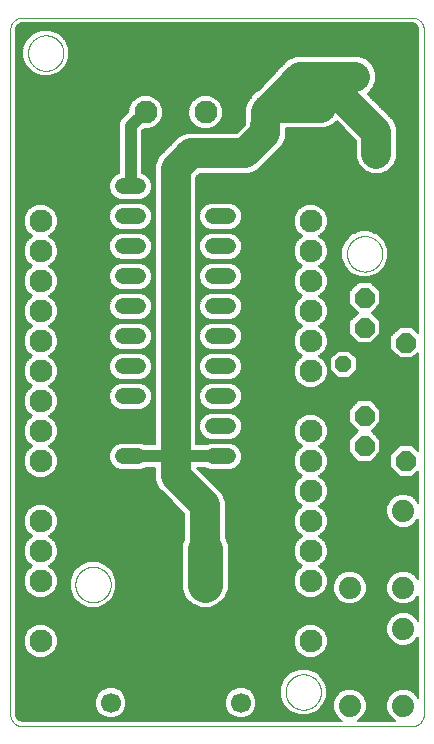
<source format=gbl>
G75*
%MOIN*%
%OFA0B0*%
%FSLAX25Y25*%
%IPPOS*%
%LPD*%
%AMOC8*
5,1,8,0,0,1.08239X$1,22.5*
%
%ADD10C,0.00000*%
%ADD11C,0.05200*%
%ADD12C,0.07600*%
%ADD13C,0.06693*%
%ADD14C,0.11811*%
%ADD15C,0.07677*%
%ADD16C,0.07400*%
%ADD17OC8,0.06300*%
%ADD18C,0.06300*%
%ADD19OC8,0.05200*%
%ADD20OC8,0.06600*%
%ADD21C,0.00600*%
%ADD22C,0.02775*%
%ADD23C,0.10000*%
%ADD24C,0.04000*%
D10*
X0007206Y0016861D02*
X0137127Y0016861D01*
X0137251Y0016863D01*
X0137374Y0016869D01*
X0137498Y0016878D01*
X0137620Y0016892D01*
X0137743Y0016909D01*
X0137865Y0016931D01*
X0137986Y0016956D01*
X0138106Y0016985D01*
X0138225Y0017017D01*
X0138344Y0017054D01*
X0138461Y0017094D01*
X0138576Y0017137D01*
X0138691Y0017185D01*
X0138803Y0017236D01*
X0138914Y0017290D01*
X0139024Y0017348D01*
X0139131Y0017409D01*
X0139237Y0017474D01*
X0139340Y0017542D01*
X0139441Y0017613D01*
X0139540Y0017687D01*
X0139637Y0017764D01*
X0139731Y0017845D01*
X0139822Y0017928D01*
X0139911Y0018014D01*
X0139997Y0018103D01*
X0140080Y0018194D01*
X0140161Y0018288D01*
X0140238Y0018385D01*
X0140312Y0018484D01*
X0140383Y0018585D01*
X0140451Y0018688D01*
X0140516Y0018794D01*
X0140577Y0018901D01*
X0140635Y0019011D01*
X0140689Y0019122D01*
X0140740Y0019234D01*
X0140788Y0019349D01*
X0140831Y0019464D01*
X0140871Y0019581D01*
X0140908Y0019700D01*
X0140940Y0019819D01*
X0140969Y0019939D01*
X0140994Y0020060D01*
X0141016Y0020182D01*
X0141033Y0020305D01*
X0141047Y0020427D01*
X0141056Y0020551D01*
X0141062Y0020674D01*
X0141064Y0020798D01*
X0141064Y0249145D01*
X0141062Y0249269D01*
X0141056Y0249392D01*
X0141047Y0249516D01*
X0141033Y0249638D01*
X0141016Y0249761D01*
X0140994Y0249883D01*
X0140969Y0250004D01*
X0140940Y0250124D01*
X0140908Y0250243D01*
X0140871Y0250362D01*
X0140831Y0250479D01*
X0140788Y0250594D01*
X0140740Y0250709D01*
X0140689Y0250821D01*
X0140635Y0250932D01*
X0140577Y0251042D01*
X0140516Y0251149D01*
X0140451Y0251255D01*
X0140383Y0251358D01*
X0140312Y0251459D01*
X0140238Y0251558D01*
X0140161Y0251655D01*
X0140080Y0251749D01*
X0139997Y0251840D01*
X0139911Y0251929D01*
X0139822Y0252015D01*
X0139731Y0252098D01*
X0139637Y0252179D01*
X0139540Y0252256D01*
X0139441Y0252330D01*
X0139340Y0252401D01*
X0139237Y0252469D01*
X0139131Y0252534D01*
X0139024Y0252595D01*
X0138914Y0252653D01*
X0138803Y0252707D01*
X0138691Y0252758D01*
X0138576Y0252806D01*
X0138461Y0252849D01*
X0138344Y0252889D01*
X0138225Y0252926D01*
X0138106Y0252958D01*
X0137986Y0252987D01*
X0137865Y0253012D01*
X0137743Y0253034D01*
X0137620Y0253051D01*
X0137498Y0253065D01*
X0137374Y0253074D01*
X0137251Y0253080D01*
X0137127Y0253082D01*
X0007206Y0253082D01*
X0007082Y0253080D01*
X0006959Y0253074D01*
X0006835Y0253065D01*
X0006713Y0253051D01*
X0006590Y0253034D01*
X0006468Y0253012D01*
X0006347Y0252987D01*
X0006227Y0252958D01*
X0006108Y0252926D01*
X0005989Y0252889D01*
X0005872Y0252849D01*
X0005757Y0252806D01*
X0005642Y0252758D01*
X0005530Y0252707D01*
X0005419Y0252653D01*
X0005309Y0252595D01*
X0005202Y0252534D01*
X0005096Y0252469D01*
X0004993Y0252401D01*
X0004892Y0252330D01*
X0004793Y0252256D01*
X0004696Y0252179D01*
X0004602Y0252098D01*
X0004511Y0252015D01*
X0004422Y0251929D01*
X0004336Y0251840D01*
X0004253Y0251749D01*
X0004172Y0251655D01*
X0004095Y0251558D01*
X0004021Y0251459D01*
X0003950Y0251358D01*
X0003882Y0251255D01*
X0003817Y0251149D01*
X0003756Y0251042D01*
X0003698Y0250932D01*
X0003644Y0250821D01*
X0003593Y0250709D01*
X0003545Y0250594D01*
X0003502Y0250479D01*
X0003462Y0250362D01*
X0003425Y0250243D01*
X0003393Y0250124D01*
X0003364Y0250004D01*
X0003339Y0249883D01*
X0003317Y0249761D01*
X0003300Y0249638D01*
X0003286Y0249516D01*
X0003277Y0249392D01*
X0003271Y0249269D01*
X0003269Y0249145D01*
X0003269Y0020798D01*
X0003271Y0020674D01*
X0003277Y0020551D01*
X0003286Y0020427D01*
X0003300Y0020305D01*
X0003317Y0020182D01*
X0003339Y0020060D01*
X0003364Y0019939D01*
X0003393Y0019819D01*
X0003425Y0019700D01*
X0003462Y0019581D01*
X0003502Y0019464D01*
X0003545Y0019349D01*
X0003593Y0019234D01*
X0003644Y0019122D01*
X0003698Y0019011D01*
X0003756Y0018901D01*
X0003817Y0018794D01*
X0003882Y0018688D01*
X0003950Y0018585D01*
X0004021Y0018484D01*
X0004095Y0018385D01*
X0004172Y0018288D01*
X0004253Y0018194D01*
X0004336Y0018103D01*
X0004422Y0018014D01*
X0004511Y0017928D01*
X0004602Y0017845D01*
X0004696Y0017764D01*
X0004793Y0017687D01*
X0004892Y0017613D01*
X0004993Y0017542D01*
X0005096Y0017474D01*
X0005202Y0017409D01*
X0005309Y0017348D01*
X0005419Y0017290D01*
X0005530Y0017236D01*
X0005642Y0017185D01*
X0005757Y0017137D01*
X0005872Y0017094D01*
X0005989Y0017054D01*
X0006108Y0017017D01*
X0006227Y0016985D01*
X0006347Y0016956D01*
X0006468Y0016931D01*
X0006590Y0016909D01*
X0006713Y0016892D01*
X0006835Y0016878D01*
X0006959Y0016869D01*
X0007082Y0016863D01*
X0007206Y0016861D01*
X0024922Y0064106D02*
X0024924Y0064259D01*
X0024930Y0064413D01*
X0024940Y0064566D01*
X0024954Y0064718D01*
X0024972Y0064871D01*
X0024994Y0065022D01*
X0025019Y0065173D01*
X0025049Y0065324D01*
X0025083Y0065474D01*
X0025120Y0065622D01*
X0025161Y0065770D01*
X0025206Y0065916D01*
X0025255Y0066062D01*
X0025308Y0066206D01*
X0025364Y0066348D01*
X0025424Y0066489D01*
X0025488Y0066629D01*
X0025555Y0066767D01*
X0025626Y0066903D01*
X0025701Y0067037D01*
X0025778Y0067169D01*
X0025860Y0067299D01*
X0025944Y0067427D01*
X0026032Y0067553D01*
X0026123Y0067676D01*
X0026217Y0067797D01*
X0026315Y0067915D01*
X0026415Y0068031D01*
X0026519Y0068144D01*
X0026625Y0068255D01*
X0026734Y0068363D01*
X0026846Y0068468D01*
X0026960Y0068569D01*
X0027078Y0068668D01*
X0027197Y0068764D01*
X0027319Y0068857D01*
X0027444Y0068946D01*
X0027571Y0069033D01*
X0027700Y0069115D01*
X0027831Y0069195D01*
X0027964Y0069271D01*
X0028099Y0069344D01*
X0028236Y0069413D01*
X0028375Y0069478D01*
X0028515Y0069540D01*
X0028657Y0069598D01*
X0028800Y0069653D01*
X0028945Y0069704D01*
X0029091Y0069751D01*
X0029238Y0069794D01*
X0029386Y0069833D01*
X0029535Y0069869D01*
X0029685Y0069900D01*
X0029836Y0069928D01*
X0029987Y0069952D01*
X0030140Y0069972D01*
X0030292Y0069988D01*
X0030445Y0070000D01*
X0030598Y0070008D01*
X0030751Y0070012D01*
X0030905Y0070012D01*
X0031058Y0070008D01*
X0031211Y0070000D01*
X0031364Y0069988D01*
X0031516Y0069972D01*
X0031669Y0069952D01*
X0031820Y0069928D01*
X0031971Y0069900D01*
X0032121Y0069869D01*
X0032270Y0069833D01*
X0032418Y0069794D01*
X0032565Y0069751D01*
X0032711Y0069704D01*
X0032856Y0069653D01*
X0032999Y0069598D01*
X0033141Y0069540D01*
X0033281Y0069478D01*
X0033420Y0069413D01*
X0033557Y0069344D01*
X0033692Y0069271D01*
X0033825Y0069195D01*
X0033956Y0069115D01*
X0034085Y0069033D01*
X0034212Y0068946D01*
X0034337Y0068857D01*
X0034459Y0068764D01*
X0034578Y0068668D01*
X0034696Y0068569D01*
X0034810Y0068468D01*
X0034922Y0068363D01*
X0035031Y0068255D01*
X0035137Y0068144D01*
X0035241Y0068031D01*
X0035341Y0067915D01*
X0035439Y0067797D01*
X0035533Y0067676D01*
X0035624Y0067553D01*
X0035712Y0067427D01*
X0035796Y0067299D01*
X0035878Y0067169D01*
X0035955Y0067037D01*
X0036030Y0066903D01*
X0036101Y0066767D01*
X0036168Y0066629D01*
X0036232Y0066489D01*
X0036292Y0066348D01*
X0036348Y0066206D01*
X0036401Y0066062D01*
X0036450Y0065916D01*
X0036495Y0065770D01*
X0036536Y0065622D01*
X0036573Y0065474D01*
X0036607Y0065324D01*
X0036637Y0065173D01*
X0036662Y0065022D01*
X0036684Y0064871D01*
X0036702Y0064718D01*
X0036716Y0064566D01*
X0036726Y0064413D01*
X0036732Y0064259D01*
X0036734Y0064106D01*
X0036732Y0063953D01*
X0036726Y0063799D01*
X0036716Y0063646D01*
X0036702Y0063494D01*
X0036684Y0063341D01*
X0036662Y0063190D01*
X0036637Y0063039D01*
X0036607Y0062888D01*
X0036573Y0062738D01*
X0036536Y0062590D01*
X0036495Y0062442D01*
X0036450Y0062296D01*
X0036401Y0062150D01*
X0036348Y0062006D01*
X0036292Y0061864D01*
X0036232Y0061723D01*
X0036168Y0061583D01*
X0036101Y0061445D01*
X0036030Y0061309D01*
X0035955Y0061175D01*
X0035878Y0061043D01*
X0035796Y0060913D01*
X0035712Y0060785D01*
X0035624Y0060659D01*
X0035533Y0060536D01*
X0035439Y0060415D01*
X0035341Y0060297D01*
X0035241Y0060181D01*
X0035137Y0060068D01*
X0035031Y0059957D01*
X0034922Y0059849D01*
X0034810Y0059744D01*
X0034696Y0059643D01*
X0034578Y0059544D01*
X0034459Y0059448D01*
X0034337Y0059355D01*
X0034212Y0059266D01*
X0034085Y0059179D01*
X0033956Y0059097D01*
X0033825Y0059017D01*
X0033692Y0058941D01*
X0033557Y0058868D01*
X0033420Y0058799D01*
X0033281Y0058734D01*
X0033141Y0058672D01*
X0032999Y0058614D01*
X0032856Y0058559D01*
X0032711Y0058508D01*
X0032565Y0058461D01*
X0032418Y0058418D01*
X0032270Y0058379D01*
X0032121Y0058343D01*
X0031971Y0058312D01*
X0031820Y0058284D01*
X0031669Y0058260D01*
X0031516Y0058240D01*
X0031364Y0058224D01*
X0031211Y0058212D01*
X0031058Y0058204D01*
X0030905Y0058200D01*
X0030751Y0058200D01*
X0030598Y0058204D01*
X0030445Y0058212D01*
X0030292Y0058224D01*
X0030140Y0058240D01*
X0029987Y0058260D01*
X0029836Y0058284D01*
X0029685Y0058312D01*
X0029535Y0058343D01*
X0029386Y0058379D01*
X0029238Y0058418D01*
X0029091Y0058461D01*
X0028945Y0058508D01*
X0028800Y0058559D01*
X0028657Y0058614D01*
X0028515Y0058672D01*
X0028375Y0058734D01*
X0028236Y0058799D01*
X0028099Y0058868D01*
X0027964Y0058941D01*
X0027831Y0059017D01*
X0027700Y0059097D01*
X0027571Y0059179D01*
X0027444Y0059266D01*
X0027319Y0059355D01*
X0027197Y0059448D01*
X0027078Y0059544D01*
X0026960Y0059643D01*
X0026846Y0059744D01*
X0026734Y0059849D01*
X0026625Y0059957D01*
X0026519Y0060068D01*
X0026415Y0060181D01*
X0026315Y0060297D01*
X0026217Y0060415D01*
X0026123Y0060536D01*
X0026032Y0060659D01*
X0025944Y0060785D01*
X0025860Y0060913D01*
X0025778Y0061043D01*
X0025701Y0061175D01*
X0025626Y0061309D01*
X0025555Y0061445D01*
X0025488Y0061583D01*
X0025424Y0061723D01*
X0025364Y0061864D01*
X0025308Y0062006D01*
X0025255Y0062150D01*
X0025206Y0062296D01*
X0025161Y0062442D01*
X0025120Y0062590D01*
X0025083Y0062738D01*
X0025049Y0062888D01*
X0025019Y0063039D01*
X0024994Y0063190D01*
X0024972Y0063341D01*
X0024954Y0063494D01*
X0024940Y0063646D01*
X0024930Y0063799D01*
X0024924Y0063953D01*
X0024922Y0064106D01*
X0095000Y0028279D02*
X0095002Y0028432D01*
X0095008Y0028586D01*
X0095018Y0028739D01*
X0095032Y0028891D01*
X0095050Y0029044D01*
X0095072Y0029195D01*
X0095097Y0029346D01*
X0095127Y0029497D01*
X0095161Y0029647D01*
X0095198Y0029795D01*
X0095239Y0029943D01*
X0095284Y0030089D01*
X0095333Y0030235D01*
X0095386Y0030379D01*
X0095442Y0030521D01*
X0095502Y0030662D01*
X0095566Y0030802D01*
X0095633Y0030940D01*
X0095704Y0031076D01*
X0095779Y0031210D01*
X0095856Y0031342D01*
X0095938Y0031472D01*
X0096022Y0031600D01*
X0096110Y0031726D01*
X0096201Y0031849D01*
X0096295Y0031970D01*
X0096393Y0032088D01*
X0096493Y0032204D01*
X0096597Y0032317D01*
X0096703Y0032428D01*
X0096812Y0032536D01*
X0096924Y0032641D01*
X0097038Y0032742D01*
X0097156Y0032841D01*
X0097275Y0032937D01*
X0097397Y0033030D01*
X0097522Y0033119D01*
X0097649Y0033206D01*
X0097778Y0033288D01*
X0097909Y0033368D01*
X0098042Y0033444D01*
X0098177Y0033517D01*
X0098314Y0033586D01*
X0098453Y0033651D01*
X0098593Y0033713D01*
X0098735Y0033771D01*
X0098878Y0033826D01*
X0099023Y0033877D01*
X0099169Y0033924D01*
X0099316Y0033967D01*
X0099464Y0034006D01*
X0099613Y0034042D01*
X0099763Y0034073D01*
X0099914Y0034101D01*
X0100065Y0034125D01*
X0100218Y0034145D01*
X0100370Y0034161D01*
X0100523Y0034173D01*
X0100676Y0034181D01*
X0100829Y0034185D01*
X0100983Y0034185D01*
X0101136Y0034181D01*
X0101289Y0034173D01*
X0101442Y0034161D01*
X0101594Y0034145D01*
X0101747Y0034125D01*
X0101898Y0034101D01*
X0102049Y0034073D01*
X0102199Y0034042D01*
X0102348Y0034006D01*
X0102496Y0033967D01*
X0102643Y0033924D01*
X0102789Y0033877D01*
X0102934Y0033826D01*
X0103077Y0033771D01*
X0103219Y0033713D01*
X0103359Y0033651D01*
X0103498Y0033586D01*
X0103635Y0033517D01*
X0103770Y0033444D01*
X0103903Y0033368D01*
X0104034Y0033288D01*
X0104163Y0033206D01*
X0104290Y0033119D01*
X0104415Y0033030D01*
X0104537Y0032937D01*
X0104656Y0032841D01*
X0104774Y0032742D01*
X0104888Y0032641D01*
X0105000Y0032536D01*
X0105109Y0032428D01*
X0105215Y0032317D01*
X0105319Y0032204D01*
X0105419Y0032088D01*
X0105517Y0031970D01*
X0105611Y0031849D01*
X0105702Y0031726D01*
X0105790Y0031600D01*
X0105874Y0031472D01*
X0105956Y0031342D01*
X0106033Y0031210D01*
X0106108Y0031076D01*
X0106179Y0030940D01*
X0106246Y0030802D01*
X0106310Y0030662D01*
X0106370Y0030521D01*
X0106426Y0030379D01*
X0106479Y0030235D01*
X0106528Y0030089D01*
X0106573Y0029943D01*
X0106614Y0029795D01*
X0106651Y0029647D01*
X0106685Y0029497D01*
X0106715Y0029346D01*
X0106740Y0029195D01*
X0106762Y0029044D01*
X0106780Y0028891D01*
X0106794Y0028739D01*
X0106804Y0028586D01*
X0106810Y0028432D01*
X0106812Y0028279D01*
X0106810Y0028126D01*
X0106804Y0027972D01*
X0106794Y0027819D01*
X0106780Y0027667D01*
X0106762Y0027514D01*
X0106740Y0027363D01*
X0106715Y0027212D01*
X0106685Y0027061D01*
X0106651Y0026911D01*
X0106614Y0026763D01*
X0106573Y0026615D01*
X0106528Y0026469D01*
X0106479Y0026323D01*
X0106426Y0026179D01*
X0106370Y0026037D01*
X0106310Y0025896D01*
X0106246Y0025756D01*
X0106179Y0025618D01*
X0106108Y0025482D01*
X0106033Y0025348D01*
X0105956Y0025216D01*
X0105874Y0025086D01*
X0105790Y0024958D01*
X0105702Y0024832D01*
X0105611Y0024709D01*
X0105517Y0024588D01*
X0105419Y0024470D01*
X0105319Y0024354D01*
X0105215Y0024241D01*
X0105109Y0024130D01*
X0105000Y0024022D01*
X0104888Y0023917D01*
X0104774Y0023816D01*
X0104656Y0023717D01*
X0104537Y0023621D01*
X0104415Y0023528D01*
X0104290Y0023439D01*
X0104163Y0023352D01*
X0104034Y0023270D01*
X0103903Y0023190D01*
X0103770Y0023114D01*
X0103635Y0023041D01*
X0103498Y0022972D01*
X0103359Y0022907D01*
X0103219Y0022845D01*
X0103077Y0022787D01*
X0102934Y0022732D01*
X0102789Y0022681D01*
X0102643Y0022634D01*
X0102496Y0022591D01*
X0102348Y0022552D01*
X0102199Y0022516D01*
X0102049Y0022485D01*
X0101898Y0022457D01*
X0101747Y0022433D01*
X0101594Y0022413D01*
X0101442Y0022397D01*
X0101289Y0022385D01*
X0101136Y0022377D01*
X0100983Y0022373D01*
X0100829Y0022373D01*
X0100676Y0022377D01*
X0100523Y0022385D01*
X0100370Y0022397D01*
X0100218Y0022413D01*
X0100065Y0022433D01*
X0099914Y0022457D01*
X0099763Y0022485D01*
X0099613Y0022516D01*
X0099464Y0022552D01*
X0099316Y0022591D01*
X0099169Y0022634D01*
X0099023Y0022681D01*
X0098878Y0022732D01*
X0098735Y0022787D01*
X0098593Y0022845D01*
X0098453Y0022907D01*
X0098314Y0022972D01*
X0098177Y0023041D01*
X0098042Y0023114D01*
X0097909Y0023190D01*
X0097778Y0023270D01*
X0097649Y0023352D01*
X0097522Y0023439D01*
X0097397Y0023528D01*
X0097275Y0023621D01*
X0097156Y0023717D01*
X0097038Y0023816D01*
X0096924Y0023917D01*
X0096812Y0024022D01*
X0096703Y0024130D01*
X0096597Y0024241D01*
X0096493Y0024354D01*
X0096393Y0024470D01*
X0096295Y0024588D01*
X0096201Y0024709D01*
X0096110Y0024832D01*
X0096022Y0024958D01*
X0095938Y0025086D01*
X0095856Y0025216D01*
X0095779Y0025348D01*
X0095704Y0025482D01*
X0095633Y0025618D01*
X0095566Y0025756D01*
X0095502Y0025896D01*
X0095442Y0026037D01*
X0095386Y0026179D01*
X0095333Y0026323D01*
X0095284Y0026469D01*
X0095239Y0026615D01*
X0095198Y0026763D01*
X0095161Y0026911D01*
X0095127Y0027061D01*
X0095097Y0027212D01*
X0095072Y0027363D01*
X0095050Y0027514D01*
X0095032Y0027667D01*
X0095018Y0027819D01*
X0095008Y0027972D01*
X0095002Y0028126D01*
X0095000Y0028279D01*
X0115473Y0174342D02*
X0115475Y0174495D01*
X0115481Y0174649D01*
X0115491Y0174802D01*
X0115505Y0174954D01*
X0115523Y0175107D01*
X0115545Y0175258D01*
X0115570Y0175409D01*
X0115600Y0175560D01*
X0115634Y0175710D01*
X0115671Y0175858D01*
X0115712Y0176006D01*
X0115757Y0176152D01*
X0115806Y0176298D01*
X0115859Y0176442D01*
X0115915Y0176584D01*
X0115975Y0176725D01*
X0116039Y0176865D01*
X0116106Y0177003D01*
X0116177Y0177139D01*
X0116252Y0177273D01*
X0116329Y0177405D01*
X0116411Y0177535D01*
X0116495Y0177663D01*
X0116583Y0177789D01*
X0116674Y0177912D01*
X0116768Y0178033D01*
X0116866Y0178151D01*
X0116966Y0178267D01*
X0117070Y0178380D01*
X0117176Y0178491D01*
X0117285Y0178599D01*
X0117397Y0178704D01*
X0117511Y0178805D01*
X0117629Y0178904D01*
X0117748Y0179000D01*
X0117870Y0179093D01*
X0117995Y0179182D01*
X0118122Y0179269D01*
X0118251Y0179351D01*
X0118382Y0179431D01*
X0118515Y0179507D01*
X0118650Y0179580D01*
X0118787Y0179649D01*
X0118926Y0179714D01*
X0119066Y0179776D01*
X0119208Y0179834D01*
X0119351Y0179889D01*
X0119496Y0179940D01*
X0119642Y0179987D01*
X0119789Y0180030D01*
X0119937Y0180069D01*
X0120086Y0180105D01*
X0120236Y0180136D01*
X0120387Y0180164D01*
X0120538Y0180188D01*
X0120691Y0180208D01*
X0120843Y0180224D01*
X0120996Y0180236D01*
X0121149Y0180244D01*
X0121302Y0180248D01*
X0121456Y0180248D01*
X0121609Y0180244D01*
X0121762Y0180236D01*
X0121915Y0180224D01*
X0122067Y0180208D01*
X0122220Y0180188D01*
X0122371Y0180164D01*
X0122522Y0180136D01*
X0122672Y0180105D01*
X0122821Y0180069D01*
X0122969Y0180030D01*
X0123116Y0179987D01*
X0123262Y0179940D01*
X0123407Y0179889D01*
X0123550Y0179834D01*
X0123692Y0179776D01*
X0123832Y0179714D01*
X0123971Y0179649D01*
X0124108Y0179580D01*
X0124243Y0179507D01*
X0124376Y0179431D01*
X0124507Y0179351D01*
X0124636Y0179269D01*
X0124763Y0179182D01*
X0124888Y0179093D01*
X0125010Y0179000D01*
X0125129Y0178904D01*
X0125247Y0178805D01*
X0125361Y0178704D01*
X0125473Y0178599D01*
X0125582Y0178491D01*
X0125688Y0178380D01*
X0125792Y0178267D01*
X0125892Y0178151D01*
X0125990Y0178033D01*
X0126084Y0177912D01*
X0126175Y0177789D01*
X0126263Y0177663D01*
X0126347Y0177535D01*
X0126429Y0177405D01*
X0126506Y0177273D01*
X0126581Y0177139D01*
X0126652Y0177003D01*
X0126719Y0176865D01*
X0126783Y0176725D01*
X0126843Y0176584D01*
X0126899Y0176442D01*
X0126952Y0176298D01*
X0127001Y0176152D01*
X0127046Y0176006D01*
X0127087Y0175858D01*
X0127124Y0175710D01*
X0127158Y0175560D01*
X0127188Y0175409D01*
X0127213Y0175258D01*
X0127235Y0175107D01*
X0127253Y0174954D01*
X0127267Y0174802D01*
X0127277Y0174649D01*
X0127283Y0174495D01*
X0127285Y0174342D01*
X0127283Y0174189D01*
X0127277Y0174035D01*
X0127267Y0173882D01*
X0127253Y0173730D01*
X0127235Y0173577D01*
X0127213Y0173426D01*
X0127188Y0173275D01*
X0127158Y0173124D01*
X0127124Y0172974D01*
X0127087Y0172826D01*
X0127046Y0172678D01*
X0127001Y0172532D01*
X0126952Y0172386D01*
X0126899Y0172242D01*
X0126843Y0172100D01*
X0126783Y0171959D01*
X0126719Y0171819D01*
X0126652Y0171681D01*
X0126581Y0171545D01*
X0126506Y0171411D01*
X0126429Y0171279D01*
X0126347Y0171149D01*
X0126263Y0171021D01*
X0126175Y0170895D01*
X0126084Y0170772D01*
X0125990Y0170651D01*
X0125892Y0170533D01*
X0125792Y0170417D01*
X0125688Y0170304D01*
X0125582Y0170193D01*
X0125473Y0170085D01*
X0125361Y0169980D01*
X0125247Y0169879D01*
X0125129Y0169780D01*
X0125010Y0169684D01*
X0124888Y0169591D01*
X0124763Y0169502D01*
X0124636Y0169415D01*
X0124507Y0169333D01*
X0124376Y0169253D01*
X0124243Y0169177D01*
X0124108Y0169104D01*
X0123971Y0169035D01*
X0123832Y0168970D01*
X0123692Y0168908D01*
X0123550Y0168850D01*
X0123407Y0168795D01*
X0123262Y0168744D01*
X0123116Y0168697D01*
X0122969Y0168654D01*
X0122821Y0168615D01*
X0122672Y0168579D01*
X0122522Y0168548D01*
X0122371Y0168520D01*
X0122220Y0168496D01*
X0122067Y0168476D01*
X0121915Y0168460D01*
X0121762Y0168448D01*
X0121609Y0168440D01*
X0121456Y0168436D01*
X0121302Y0168436D01*
X0121149Y0168440D01*
X0120996Y0168448D01*
X0120843Y0168460D01*
X0120691Y0168476D01*
X0120538Y0168496D01*
X0120387Y0168520D01*
X0120236Y0168548D01*
X0120086Y0168579D01*
X0119937Y0168615D01*
X0119789Y0168654D01*
X0119642Y0168697D01*
X0119496Y0168744D01*
X0119351Y0168795D01*
X0119208Y0168850D01*
X0119066Y0168908D01*
X0118926Y0168970D01*
X0118787Y0169035D01*
X0118650Y0169104D01*
X0118515Y0169177D01*
X0118382Y0169253D01*
X0118251Y0169333D01*
X0118122Y0169415D01*
X0117995Y0169502D01*
X0117870Y0169591D01*
X0117748Y0169684D01*
X0117629Y0169780D01*
X0117511Y0169879D01*
X0117397Y0169980D01*
X0117285Y0170085D01*
X0117176Y0170193D01*
X0117070Y0170304D01*
X0116966Y0170417D01*
X0116866Y0170533D01*
X0116768Y0170651D01*
X0116674Y0170772D01*
X0116583Y0170895D01*
X0116495Y0171021D01*
X0116411Y0171149D01*
X0116329Y0171279D01*
X0116252Y0171411D01*
X0116177Y0171545D01*
X0116106Y0171681D01*
X0116039Y0171819D01*
X0115975Y0171959D01*
X0115915Y0172100D01*
X0115859Y0172242D01*
X0115806Y0172386D01*
X0115757Y0172532D01*
X0115712Y0172678D01*
X0115671Y0172826D01*
X0115634Y0172974D01*
X0115600Y0173124D01*
X0115570Y0173275D01*
X0115545Y0173426D01*
X0115523Y0173577D01*
X0115505Y0173730D01*
X0115491Y0173882D01*
X0115481Y0174035D01*
X0115475Y0174189D01*
X0115473Y0174342D01*
X0009174Y0241271D02*
X0009176Y0241424D01*
X0009182Y0241578D01*
X0009192Y0241731D01*
X0009206Y0241883D01*
X0009224Y0242036D01*
X0009246Y0242187D01*
X0009271Y0242338D01*
X0009301Y0242489D01*
X0009335Y0242639D01*
X0009372Y0242787D01*
X0009413Y0242935D01*
X0009458Y0243081D01*
X0009507Y0243227D01*
X0009560Y0243371D01*
X0009616Y0243513D01*
X0009676Y0243654D01*
X0009740Y0243794D01*
X0009807Y0243932D01*
X0009878Y0244068D01*
X0009953Y0244202D01*
X0010030Y0244334D01*
X0010112Y0244464D01*
X0010196Y0244592D01*
X0010284Y0244718D01*
X0010375Y0244841D01*
X0010469Y0244962D01*
X0010567Y0245080D01*
X0010667Y0245196D01*
X0010771Y0245309D01*
X0010877Y0245420D01*
X0010986Y0245528D01*
X0011098Y0245633D01*
X0011212Y0245734D01*
X0011330Y0245833D01*
X0011449Y0245929D01*
X0011571Y0246022D01*
X0011696Y0246111D01*
X0011823Y0246198D01*
X0011952Y0246280D01*
X0012083Y0246360D01*
X0012216Y0246436D01*
X0012351Y0246509D01*
X0012488Y0246578D01*
X0012627Y0246643D01*
X0012767Y0246705D01*
X0012909Y0246763D01*
X0013052Y0246818D01*
X0013197Y0246869D01*
X0013343Y0246916D01*
X0013490Y0246959D01*
X0013638Y0246998D01*
X0013787Y0247034D01*
X0013937Y0247065D01*
X0014088Y0247093D01*
X0014239Y0247117D01*
X0014392Y0247137D01*
X0014544Y0247153D01*
X0014697Y0247165D01*
X0014850Y0247173D01*
X0015003Y0247177D01*
X0015157Y0247177D01*
X0015310Y0247173D01*
X0015463Y0247165D01*
X0015616Y0247153D01*
X0015768Y0247137D01*
X0015921Y0247117D01*
X0016072Y0247093D01*
X0016223Y0247065D01*
X0016373Y0247034D01*
X0016522Y0246998D01*
X0016670Y0246959D01*
X0016817Y0246916D01*
X0016963Y0246869D01*
X0017108Y0246818D01*
X0017251Y0246763D01*
X0017393Y0246705D01*
X0017533Y0246643D01*
X0017672Y0246578D01*
X0017809Y0246509D01*
X0017944Y0246436D01*
X0018077Y0246360D01*
X0018208Y0246280D01*
X0018337Y0246198D01*
X0018464Y0246111D01*
X0018589Y0246022D01*
X0018711Y0245929D01*
X0018830Y0245833D01*
X0018948Y0245734D01*
X0019062Y0245633D01*
X0019174Y0245528D01*
X0019283Y0245420D01*
X0019389Y0245309D01*
X0019493Y0245196D01*
X0019593Y0245080D01*
X0019691Y0244962D01*
X0019785Y0244841D01*
X0019876Y0244718D01*
X0019964Y0244592D01*
X0020048Y0244464D01*
X0020130Y0244334D01*
X0020207Y0244202D01*
X0020282Y0244068D01*
X0020353Y0243932D01*
X0020420Y0243794D01*
X0020484Y0243654D01*
X0020544Y0243513D01*
X0020600Y0243371D01*
X0020653Y0243227D01*
X0020702Y0243081D01*
X0020747Y0242935D01*
X0020788Y0242787D01*
X0020825Y0242639D01*
X0020859Y0242489D01*
X0020889Y0242338D01*
X0020914Y0242187D01*
X0020936Y0242036D01*
X0020954Y0241883D01*
X0020968Y0241731D01*
X0020978Y0241578D01*
X0020984Y0241424D01*
X0020986Y0241271D01*
X0020984Y0241118D01*
X0020978Y0240964D01*
X0020968Y0240811D01*
X0020954Y0240659D01*
X0020936Y0240506D01*
X0020914Y0240355D01*
X0020889Y0240204D01*
X0020859Y0240053D01*
X0020825Y0239903D01*
X0020788Y0239755D01*
X0020747Y0239607D01*
X0020702Y0239461D01*
X0020653Y0239315D01*
X0020600Y0239171D01*
X0020544Y0239029D01*
X0020484Y0238888D01*
X0020420Y0238748D01*
X0020353Y0238610D01*
X0020282Y0238474D01*
X0020207Y0238340D01*
X0020130Y0238208D01*
X0020048Y0238078D01*
X0019964Y0237950D01*
X0019876Y0237824D01*
X0019785Y0237701D01*
X0019691Y0237580D01*
X0019593Y0237462D01*
X0019493Y0237346D01*
X0019389Y0237233D01*
X0019283Y0237122D01*
X0019174Y0237014D01*
X0019062Y0236909D01*
X0018948Y0236808D01*
X0018830Y0236709D01*
X0018711Y0236613D01*
X0018589Y0236520D01*
X0018464Y0236431D01*
X0018337Y0236344D01*
X0018208Y0236262D01*
X0018077Y0236182D01*
X0017944Y0236106D01*
X0017809Y0236033D01*
X0017672Y0235964D01*
X0017533Y0235899D01*
X0017393Y0235837D01*
X0017251Y0235779D01*
X0017108Y0235724D01*
X0016963Y0235673D01*
X0016817Y0235626D01*
X0016670Y0235583D01*
X0016522Y0235544D01*
X0016373Y0235508D01*
X0016223Y0235477D01*
X0016072Y0235449D01*
X0015921Y0235425D01*
X0015768Y0235405D01*
X0015616Y0235389D01*
X0015463Y0235377D01*
X0015310Y0235369D01*
X0015157Y0235365D01*
X0015003Y0235365D01*
X0014850Y0235369D01*
X0014697Y0235377D01*
X0014544Y0235389D01*
X0014392Y0235405D01*
X0014239Y0235425D01*
X0014088Y0235449D01*
X0013937Y0235477D01*
X0013787Y0235508D01*
X0013638Y0235544D01*
X0013490Y0235583D01*
X0013343Y0235626D01*
X0013197Y0235673D01*
X0013052Y0235724D01*
X0012909Y0235779D01*
X0012767Y0235837D01*
X0012627Y0235899D01*
X0012488Y0235964D01*
X0012351Y0236033D01*
X0012216Y0236106D01*
X0012083Y0236182D01*
X0011952Y0236262D01*
X0011823Y0236344D01*
X0011696Y0236431D01*
X0011571Y0236520D01*
X0011449Y0236613D01*
X0011330Y0236709D01*
X0011212Y0236808D01*
X0011098Y0236909D01*
X0010986Y0237014D01*
X0010877Y0237122D01*
X0010771Y0237233D01*
X0010667Y0237346D01*
X0010567Y0237462D01*
X0010469Y0237580D01*
X0010375Y0237701D01*
X0010284Y0237824D01*
X0010196Y0237950D01*
X0010112Y0238078D01*
X0010030Y0238208D01*
X0009953Y0238340D01*
X0009878Y0238474D01*
X0009807Y0238610D01*
X0009740Y0238748D01*
X0009676Y0238888D01*
X0009616Y0239029D01*
X0009560Y0239171D01*
X0009507Y0239315D01*
X0009458Y0239461D01*
X0009413Y0239607D01*
X0009372Y0239755D01*
X0009335Y0239903D01*
X0009301Y0240053D01*
X0009271Y0240204D01*
X0009246Y0240355D01*
X0009224Y0240506D01*
X0009206Y0240659D01*
X0009192Y0240811D01*
X0009182Y0240964D01*
X0009176Y0241118D01*
X0009174Y0241271D01*
D11*
X0040787Y0196901D02*
X0045987Y0196901D01*
X0045987Y0186901D02*
X0040787Y0186901D01*
X0040787Y0176901D02*
X0045987Y0176901D01*
X0045987Y0166901D02*
X0040787Y0166901D01*
X0040787Y0156901D02*
X0045987Y0156901D01*
X0045987Y0146901D02*
X0040787Y0146901D01*
X0040787Y0136901D02*
X0045987Y0136901D01*
X0045987Y0126901D02*
X0040787Y0126901D01*
X0040787Y0116901D02*
X0045987Y0116901D01*
X0045987Y0106901D02*
X0040787Y0106901D01*
X0070787Y0106901D02*
X0075987Y0106901D01*
X0075987Y0116901D02*
X0070787Y0116901D01*
X0070787Y0126901D02*
X0075987Y0126901D01*
X0075987Y0136901D02*
X0070787Y0136901D01*
X0070787Y0146901D02*
X0075987Y0146901D01*
X0075987Y0156901D02*
X0070787Y0156901D01*
X0070787Y0166901D02*
X0075987Y0166901D01*
X0075987Y0176901D02*
X0070787Y0176901D01*
X0070787Y0186901D02*
X0075987Y0186901D01*
X0075987Y0196901D02*
X0070787Y0196901D01*
D12*
X0103387Y0185287D03*
X0103387Y0175287D03*
X0103387Y0165287D03*
X0103387Y0155287D03*
X0103387Y0145287D03*
X0103387Y0135287D03*
X0103387Y0125287D03*
X0103387Y0115287D03*
X0103387Y0105287D03*
X0103387Y0095287D03*
X0103387Y0085287D03*
X0103387Y0075287D03*
X0103387Y0065287D03*
X0103387Y0055287D03*
X0103387Y0045287D03*
X0013387Y0045287D03*
X0013387Y0055287D03*
X0013387Y0065287D03*
X0013387Y0075287D03*
X0013387Y0085287D03*
X0013387Y0095287D03*
X0013387Y0105287D03*
X0013387Y0115287D03*
X0013387Y0125287D03*
X0013387Y0135287D03*
X0013387Y0145287D03*
X0013387Y0155287D03*
X0013387Y0165287D03*
X0013387Y0175287D03*
X0013387Y0185287D03*
D13*
X0036733Y0024735D03*
X0080040Y0024735D03*
D14*
X0068229Y0064106D02*
X0068229Y0075917D01*
X0048544Y0075917D02*
X0048544Y0064106D01*
D15*
X0048387Y0221586D03*
X0028387Y0221586D03*
X0068387Y0221586D03*
X0088387Y0221586D03*
D16*
X0116416Y0088717D03*
X0116416Y0063117D03*
X0116416Y0049346D03*
X0116416Y0023746D03*
X0134216Y0023746D03*
X0134216Y0049346D03*
X0134216Y0063117D03*
X0134216Y0088717D03*
D17*
X0125316Y0193720D03*
X0132316Y0233397D03*
D18*
X0118316Y0233397D03*
X0125316Y0207720D03*
D19*
X0106812Y0213043D03*
X0106812Y0223043D03*
X0114292Y0137609D03*
X0114292Y0127609D03*
D20*
X0121379Y0120287D03*
X0121379Y0110287D03*
X0135158Y0105287D03*
X0135158Y0125287D03*
X0135158Y0144657D03*
X0135158Y0164657D03*
X0121379Y0159657D03*
X0121379Y0149657D03*
D21*
X0125067Y0153322D02*
X0139164Y0153322D01*
X0139164Y0152723D02*
X0125666Y0152723D01*
X0126264Y0152125D02*
X0139164Y0152125D01*
X0139164Y0151526D02*
X0126579Y0151526D01*
X0126579Y0151811D02*
X0123733Y0154657D01*
X0126579Y0157503D01*
X0126579Y0161811D01*
X0123533Y0164857D01*
X0119225Y0164857D01*
X0116179Y0161811D01*
X0116179Y0157503D01*
X0119025Y0154657D01*
X0116179Y0151811D01*
X0116179Y0147503D01*
X0119225Y0144457D01*
X0123533Y0144457D01*
X0126579Y0147503D01*
X0126579Y0151811D01*
X0126579Y0150928D02*
X0139164Y0150928D01*
X0139164Y0150329D02*
X0126579Y0150329D01*
X0126579Y0149731D02*
X0132879Y0149731D01*
X0133004Y0149857D02*
X0129958Y0146811D01*
X0129958Y0142503D01*
X0133004Y0139457D01*
X0137312Y0139457D01*
X0139164Y0141308D01*
X0139164Y0108635D01*
X0137312Y0110487D01*
X0133004Y0110487D01*
X0129958Y0107441D01*
X0129958Y0103133D01*
X0133004Y0100087D01*
X0137312Y0100087D01*
X0139164Y0101938D01*
X0139164Y0091404D01*
X0138963Y0091889D01*
X0137388Y0093464D01*
X0135330Y0094317D01*
X0133102Y0094317D01*
X0131044Y0093464D01*
X0129468Y0091889D01*
X0128616Y0089830D01*
X0128616Y0087603D01*
X0129468Y0085544D01*
X0131044Y0083969D01*
X0133102Y0083117D01*
X0135330Y0083117D01*
X0137388Y0083969D01*
X0138963Y0085544D01*
X0139164Y0086029D01*
X0139164Y0065804D01*
X0138963Y0066289D01*
X0137388Y0067864D01*
X0135330Y0068717D01*
X0133102Y0068717D01*
X0131044Y0067864D01*
X0129468Y0066289D01*
X0128616Y0064230D01*
X0128616Y0062003D01*
X0129468Y0059944D01*
X0131044Y0058369D01*
X0133102Y0057517D01*
X0135330Y0057517D01*
X0137388Y0058369D01*
X0138963Y0059944D01*
X0139164Y0060429D01*
X0139164Y0052034D01*
X0138963Y0052519D01*
X0137388Y0054094D01*
X0135330Y0054946D01*
X0133102Y0054946D01*
X0131044Y0054094D01*
X0129468Y0052519D01*
X0128616Y0050460D01*
X0128616Y0048233D01*
X0129468Y0046174D01*
X0131044Y0044599D01*
X0133102Y0043746D01*
X0135330Y0043746D01*
X0137388Y0044599D01*
X0138963Y0046174D01*
X0139164Y0046659D01*
X0139164Y0026434D01*
X0138963Y0026919D01*
X0137388Y0028494D01*
X0135330Y0029346D01*
X0133102Y0029346D01*
X0131044Y0028494D01*
X0129468Y0026919D01*
X0128616Y0024860D01*
X0128616Y0022633D01*
X0129468Y0020574D01*
X0131044Y0018999D01*
X0131617Y0018761D01*
X0119014Y0018761D01*
X0119588Y0018999D01*
X0121163Y0020574D01*
X0122016Y0022633D01*
X0122016Y0024860D01*
X0121163Y0026919D01*
X0119588Y0028494D01*
X0117530Y0029346D01*
X0115302Y0029346D01*
X0113244Y0028494D01*
X0111668Y0026919D01*
X0110816Y0024860D01*
X0110816Y0022633D01*
X0111668Y0020574D01*
X0113244Y0018999D01*
X0113817Y0018761D01*
X0007205Y0018761D01*
X0006808Y0018801D01*
X0006074Y0019105D01*
X0005512Y0019667D01*
X0005208Y0020401D01*
X0005168Y0020798D01*
X0005168Y0249145D01*
X0005208Y0249542D01*
X0005512Y0250277D01*
X0006074Y0250839D01*
X0006808Y0251143D01*
X0007205Y0251182D01*
X0137127Y0251182D01*
X0137524Y0251143D01*
X0138258Y0250839D01*
X0138820Y0250277D01*
X0139125Y0249542D01*
X0139164Y0249145D01*
X0139164Y0148005D01*
X0137312Y0149857D01*
X0133004Y0149857D01*
X0132280Y0149132D02*
X0126579Y0149132D01*
X0126579Y0148534D02*
X0131682Y0148534D01*
X0131083Y0147935D02*
X0126579Y0147935D01*
X0126413Y0147337D02*
X0130485Y0147337D01*
X0129958Y0146738D02*
X0125814Y0146738D01*
X0125216Y0146140D02*
X0129958Y0146140D01*
X0129958Y0145541D02*
X0124617Y0145541D01*
X0124019Y0144943D02*
X0129958Y0144943D01*
X0129958Y0144344D02*
X0109087Y0144344D01*
X0109087Y0144153D02*
X0109087Y0146420D01*
X0108219Y0148515D01*
X0106615Y0150119D01*
X0106210Y0150287D01*
X0106615Y0150454D01*
X0108219Y0152058D01*
X0109087Y0154153D01*
X0109087Y0156420D01*
X0108219Y0158515D01*
X0106615Y0160119D01*
X0106210Y0160287D01*
X0106615Y0160454D01*
X0108219Y0162058D01*
X0109087Y0164153D01*
X0109087Y0166420D01*
X0108219Y0168515D01*
X0106615Y0170119D01*
X0106210Y0170287D01*
X0106615Y0170454D01*
X0108219Y0172058D01*
X0109087Y0174153D01*
X0109087Y0176420D01*
X0108219Y0178515D01*
X0106615Y0180119D01*
X0106210Y0180287D01*
X0106615Y0180454D01*
X0108219Y0182058D01*
X0109087Y0184153D01*
X0109087Y0186420D01*
X0108219Y0188515D01*
X0106615Y0190119D01*
X0104520Y0190987D01*
X0102253Y0190987D01*
X0100158Y0190119D01*
X0098554Y0188515D01*
X0097687Y0186420D01*
X0097687Y0184153D01*
X0098554Y0182058D01*
X0100158Y0180454D01*
X0100563Y0180287D01*
X0100158Y0180119D01*
X0098554Y0178515D01*
X0097687Y0176420D01*
X0097687Y0174153D01*
X0098554Y0172058D01*
X0100158Y0170454D01*
X0100563Y0170287D01*
X0100158Y0170119D01*
X0098554Y0168515D01*
X0097687Y0166420D01*
X0097687Y0164153D01*
X0098554Y0162058D01*
X0100158Y0160454D01*
X0100563Y0160287D01*
X0100158Y0160119D01*
X0098554Y0158515D01*
X0097687Y0156420D01*
X0097687Y0154153D01*
X0098554Y0152058D01*
X0100158Y0150454D01*
X0100563Y0150287D01*
X0100158Y0150119D01*
X0098554Y0148515D01*
X0097687Y0146420D01*
X0097687Y0144153D01*
X0098554Y0142058D01*
X0100158Y0140454D01*
X0100563Y0140287D01*
X0100158Y0140119D01*
X0098554Y0138515D01*
X0097687Y0136420D01*
X0097687Y0134153D01*
X0098554Y0132058D01*
X0100158Y0130454D01*
X0102253Y0129587D01*
X0104520Y0129587D01*
X0106615Y0130454D01*
X0108219Y0132058D01*
X0109087Y0134153D01*
X0109087Y0136420D01*
X0108219Y0138515D01*
X0106615Y0140119D01*
X0106210Y0140287D01*
X0106615Y0140454D01*
X0108219Y0142058D01*
X0109087Y0144153D01*
X0108918Y0143746D02*
X0129958Y0143746D01*
X0129958Y0143147D02*
X0108670Y0143147D01*
X0108422Y0142549D02*
X0129958Y0142549D01*
X0130511Y0141950D02*
X0116315Y0141950D01*
X0116156Y0142109D02*
X0112428Y0142109D01*
X0109792Y0139473D01*
X0109792Y0135745D01*
X0112428Y0133109D01*
X0116156Y0133109D01*
X0118792Y0135745D01*
X0118792Y0139473D01*
X0116156Y0142109D01*
X0116914Y0141352D02*
X0131109Y0141352D01*
X0131708Y0140753D02*
X0117512Y0140753D01*
X0118111Y0140155D02*
X0132306Y0140155D01*
X0132905Y0139556D02*
X0118709Y0139556D01*
X0118792Y0138958D02*
X0139164Y0138958D01*
X0139164Y0139556D02*
X0137412Y0139556D01*
X0138010Y0140155D02*
X0139164Y0140155D01*
X0139164Y0140753D02*
X0138609Y0140753D01*
X0139164Y0138359D02*
X0118792Y0138359D01*
X0118792Y0137761D02*
X0139164Y0137761D01*
X0139164Y0137162D02*
X0118792Y0137162D01*
X0118792Y0136564D02*
X0139164Y0136564D01*
X0139164Y0135965D02*
X0118792Y0135965D01*
X0118413Y0135367D02*
X0139164Y0135367D01*
X0139164Y0134768D02*
X0117815Y0134768D01*
X0117216Y0134170D02*
X0139164Y0134170D01*
X0139164Y0133571D02*
X0116618Y0133571D01*
X0111966Y0133571D02*
X0108846Y0133571D01*
X0109087Y0134170D02*
X0111368Y0134170D01*
X0110769Y0134768D02*
X0109087Y0134768D01*
X0109087Y0135367D02*
X0110171Y0135367D01*
X0109792Y0135965D02*
X0109087Y0135965D01*
X0109027Y0136564D02*
X0109792Y0136564D01*
X0109792Y0137162D02*
X0108779Y0137162D01*
X0108531Y0137761D02*
X0109792Y0137761D01*
X0109792Y0138359D02*
X0108284Y0138359D01*
X0107777Y0138958D02*
X0109792Y0138958D01*
X0109875Y0139556D02*
X0107178Y0139556D01*
X0106529Y0140155D02*
X0110473Y0140155D01*
X0111072Y0140753D02*
X0106914Y0140753D01*
X0107513Y0141352D02*
X0111670Y0141352D01*
X0112269Y0141950D02*
X0108111Y0141950D01*
X0109087Y0144943D02*
X0118739Y0144943D01*
X0118140Y0145541D02*
X0109087Y0145541D01*
X0109087Y0146140D02*
X0117542Y0146140D01*
X0116943Y0146738D02*
X0108955Y0146738D01*
X0108707Y0147337D02*
X0116345Y0147337D01*
X0116179Y0147935D02*
X0108459Y0147935D01*
X0108200Y0148534D02*
X0116179Y0148534D01*
X0116179Y0149132D02*
X0107602Y0149132D01*
X0107003Y0149731D02*
X0116179Y0149731D01*
X0116179Y0150329D02*
X0106314Y0150329D01*
X0107089Y0150928D02*
X0116179Y0150928D01*
X0116179Y0151526D02*
X0107687Y0151526D01*
X0108247Y0152125D02*
X0116493Y0152125D01*
X0117092Y0152723D02*
X0108495Y0152723D01*
X0108742Y0153322D02*
X0117690Y0153322D01*
X0118289Y0153921D02*
X0108990Y0153921D01*
X0109087Y0154519D02*
X0118887Y0154519D01*
X0118564Y0155118D02*
X0109087Y0155118D01*
X0109087Y0155716D02*
X0117965Y0155716D01*
X0117367Y0156315D02*
X0109087Y0156315D01*
X0108883Y0156913D02*
X0116768Y0156913D01*
X0116179Y0157512D02*
X0108635Y0157512D01*
X0108387Y0158110D02*
X0116179Y0158110D01*
X0116179Y0158709D02*
X0108026Y0158709D01*
X0107427Y0159307D02*
X0116179Y0159307D01*
X0116179Y0159906D02*
X0106829Y0159906D01*
X0106665Y0160504D02*
X0116179Y0160504D01*
X0116179Y0161103D02*
X0107264Y0161103D01*
X0107862Y0161701D02*
X0116179Y0161701D01*
X0116668Y0162300D02*
X0108319Y0162300D01*
X0108567Y0162898D02*
X0117266Y0162898D01*
X0117865Y0163497D02*
X0108815Y0163497D01*
X0109063Y0164095D02*
X0118463Y0164095D01*
X0119062Y0164694D02*
X0109087Y0164694D01*
X0109087Y0165292D02*
X0139164Y0165292D01*
X0139164Y0164694D02*
X0123696Y0164694D01*
X0124294Y0164095D02*
X0139164Y0164095D01*
X0139164Y0163497D02*
X0124893Y0163497D01*
X0125491Y0162898D02*
X0139164Y0162898D01*
X0139164Y0162300D02*
X0126090Y0162300D01*
X0126579Y0161701D02*
X0139164Y0161701D01*
X0139164Y0161103D02*
X0126579Y0161103D01*
X0126579Y0160504D02*
X0139164Y0160504D01*
X0139164Y0159906D02*
X0126579Y0159906D01*
X0126579Y0159307D02*
X0139164Y0159307D01*
X0139164Y0158709D02*
X0126579Y0158709D01*
X0126579Y0158110D02*
X0139164Y0158110D01*
X0139164Y0157512D02*
X0126579Y0157512D01*
X0125989Y0156913D02*
X0139164Y0156913D01*
X0139164Y0156315D02*
X0125390Y0156315D01*
X0124792Y0155716D02*
X0139164Y0155716D01*
X0139164Y0155118D02*
X0124193Y0155118D01*
X0123870Y0154519D02*
X0139164Y0154519D01*
X0139164Y0153921D02*
X0124469Y0153921D01*
X0122931Y0166536D02*
X0119826Y0166536D01*
X0116957Y0167725D01*
X0114762Y0169920D01*
X0113573Y0172789D01*
X0113573Y0175894D01*
X0114762Y0178763D01*
X0116957Y0180959D01*
X0119826Y0182147D01*
X0122931Y0182147D01*
X0125800Y0180959D01*
X0127996Y0178763D01*
X0129184Y0175894D01*
X0129184Y0172789D01*
X0127996Y0169920D01*
X0125800Y0167725D01*
X0122931Y0166536D01*
X0124263Y0167088D02*
X0139164Y0167088D01*
X0139164Y0167686D02*
X0125708Y0167686D01*
X0126360Y0168285D02*
X0139164Y0168285D01*
X0139164Y0168883D02*
X0126959Y0168883D01*
X0127557Y0169482D02*
X0139164Y0169482D01*
X0139164Y0170080D02*
X0128062Y0170080D01*
X0128310Y0170679D02*
X0139164Y0170679D01*
X0139164Y0171277D02*
X0128558Y0171277D01*
X0128806Y0171876D02*
X0139164Y0171876D01*
X0139164Y0172474D02*
X0129054Y0172474D01*
X0129184Y0173073D02*
X0139164Y0173073D01*
X0139164Y0173671D02*
X0129184Y0173671D01*
X0129184Y0174270D02*
X0139164Y0174270D01*
X0139164Y0174868D02*
X0129184Y0174868D01*
X0129184Y0175467D02*
X0139164Y0175467D01*
X0139164Y0176065D02*
X0129113Y0176065D01*
X0128865Y0176664D02*
X0139164Y0176664D01*
X0139164Y0177262D02*
X0128618Y0177262D01*
X0128370Y0177861D02*
X0139164Y0177861D01*
X0139164Y0178459D02*
X0128122Y0178459D01*
X0127701Y0179058D02*
X0139164Y0179058D01*
X0139164Y0179656D02*
X0127103Y0179656D01*
X0126504Y0180255D02*
X0139164Y0180255D01*
X0139164Y0180854D02*
X0125906Y0180854D01*
X0124610Y0181452D02*
X0139164Y0181452D01*
X0139164Y0182051D02*
X0123165Y0182051D01*
X0119593Y0182051D02*
X0108212Y0182051D01*
X0108464Y0182649D02*
X0139164Y0182649D01*
X0139164Y0183248D02*
X0108712Y0183248D01*
X0108960Y0183846D02*
X0139164Y0183846D01*
X0139164Y0184445D02*
X0109087Y0184445D01*
X0109087Y0185043D02*
X0139164Y0185043D01*
X0139164Y0185642D02*
X0109087Y0185642D01*
X0109087Y0186240D02*
X0139164Y0186240D01*
X0139164Y0186839D02*
X0108913Y0186839D01*
X0108665Y0187437D02*
X0139164Y0187437D01*
X0139164Y0188036D02*
X0108418Y0188036D01*
X0108100Y0188634D02*
X0139164Y0188634D01*
X0139164Y0189233D02*
X0107502Y0189233D01*
X0106903Y0189831D02*
X0139164Y0189831D01*
X0139164Y0190430D02*
X0105865Y0190430D01*
X0100908Y0190430D02*
X0078822Y0190430D01*
X0078536Y0190716D02*
X0076882Y0191401D01*
X0069891Y0191401D01*
X0068238Y0190716D01*
X0066972Y0189450D01*
X0066287Y0187796D01*
X0066287Y0186006D01*
X0066972Y0184352D01*
X0068238Y0183086D01*
X0069891Y0182401D01*
X0076882Y0182401D01*
X0078536Y0183086D01*
X0079802Y0184352D01*
X0080487Y0186006D01*
X0080487Y0187796D01*
X0079802Y0189450D01*
X0078536Y0190716D01*
X0077781Y0191028D02*
X0139164Y0191028D01*
X0139164Y0191627D02*
X0065287Y0191627D01*
X0065287Y0192225D02*
X0139164Y0192225D01*
X0139164Y0192824D02*
X0065287Y0192824D01*
X0065287Y0193422D02*
X0139164Y0193422D01*
X0139164Y0194021D02*
X0065287Y0194021D01*
X0065287Y0194619D02*
X0139164Y0194619D01*
X0139164Y0195218D02*
X0065287Y0195218D01*
X0065287Y0195816D02*
X0139164Y0195816D01*
X0139164Y0196415D02*
X0065287Y0196415D01*
X0065287Y0197013D02*
X0139164Y0197013D01*
X0139164Y0197612D02*
X0065287Y0197612D01*
X0065287Y0198210D02*
X0139164Y0198210D01*
X0139164Y0198809D02*
X0065287Y0198809D01*
X0065287Y0199407D02*
X0139164Y0199407D01*
X0139164Y0200006D02*
X0065462Y0200006D01*
X0065287Y0199830D02*
X0066363Y0200906D01*
X0082987Y0200906D01*
X0085523Y0201957D01*
X0093107Y0209541D01*
X0094052Y0210455D01*
X0094076Y0210509D01*
X0094118Y0210551D01*
X0094622Y0211767D01*
X0095145Y0212973D01*
X0095146Y0213033D01*
X0095168Y0213087D01*
X0095168Y0214403D01*
X0095197Y0216143D01*
X0108184Y0216143D01*
X0110720Y0217193D01*
X0111989Y0218462D01*
X0118416Y0212035D01*
X0118416Y0206347D01*
X0119466Y0203811D01*
X0121407Y0201870D01*
X0123943Y0200820D01*
X0126688Y0200820D01*
X0129224Y0201870D01*
X0131165Y0203811D01*
X0132216Y0206347D01*
X0132216Y0216265D01*
X0131165Y0218801D01*
X0122322Y0227645D01*
X0124165Y0229488D01*
X0125216Y0232024D01*
X0125216Y0234769D01*
X0124165Y0237305D01*
X0122224Y0239246D01*
X0119688Y0240297D01*
X0101116Y0240297D01*
X0101059Y0240319D01*
X0099745Y0240297D01*
X0098431Y0240297D01*
X0098375Y0240274D01*
X0098315Y0240273D01*
X0097109Y0239749D01*
X0095895Y0239246D01*
X0095852Y0239203D01*
X0095797Y0239179D01*
X0094883Y0238234D01*
X0093954Y0237305D01*
X0093931Y0237249D01*
X0086060Y0229107D01*
X0085541Y0228892D01*
X0085153Y0228504D01*
X0084685Y0228219D01*
X0084192Y0227543D01*
X0083600Y0226951D01*
X0083390Y0226444D01*
X0083163Y0226132D01*
X0082603Y0225591D01*
X0082555Y0225481D01*
X0082472Y0225395D01*
X0082292Y0224940D01*
X0082004Y0224544D01*
X0081820Y0223787D01*
X0081510Y0223072D01*
X0081508Y0222953D01*
X0081464Y0222841D01*
X0081473Y0222352D01*
X0081357Y0221877D01*
X0081478Y0221107D01*
X0081416Y0217365D01*
X0078757Y0214706D01*
X0062132Y0214706D01*
X0059596Y0213656D01*
X0054478Y0208538D01*
X0052537Y0206597D01*
X0051487Y0204061D01*
X0051487Y0110801D01*
X0048330Y0110801D01*
X0046882Y0111401D01*
X0039891Y0111401D01*
X0038238Y0110716D01*
X0036972Y0109450D01*
X0036287Y0107796D01*
X0036287Y0106006D01*
X0036972Y0104352D01*
X0038238Y0103086D01*
X0039891Y0102401D01*
X0046882Y0102401D01*
X0048330Y0103001D01*
X0051487Y0103001D01*
X0051487Y0098953D01*
X0052537Y0096417D01*
X0054478Y0094476D01*
X0061224Y0087731D01*
X0061260Y0079490D01*
X0060424Y0077469D01*
X0060424Y0062553D01*
X0061612Y0059684D01*
X0063808Y0057488D01*
X0066677Y0056300D01*
X0069782Y0056300D01*
X0072651Y0057488D01*
X0074846Y0059684D01*
X0076035Y0062553D01*
X0076035Y0077469D01*
X0075059Y0079824D01*
X0075011Y0090617D01*
X0075011Y0091974D01*
X0075005Y0091989D01*
X0075005Y0092005D01*
X0074480Y0093256D01*
X0073961Y0094510D01*
X0073949Y0094521D01*
X0073943Y0094536D01*
X0072979Y0095491D01*
X0065352Y0103119D01*
X0068205Y0103119D01*
X0068238Y0103086D01*
X0069891Y0102401D01*
X0076882Y0102401D01*
X0078536Y0103086D01*
X0079802Y0104352D01*
X0080487Y0106006D01*
X0080487Y0107796D01*
X0079802Y0109450D01*
X0078536Y0110716D01*
X0076882Y0111401D01*
X0069891Y0111401D01*
X0068728Y0110919D01*
X0065287Y0110919D01*
X0065287Y0199830D01*
X0066061Y0200604D02*
X0139164Y0200604D01*
X0139164Y0201203D02*
X0127613Y0201203D01*
X0129058Y0201801D02*
X0139164Y0201801D01*
X0139164Y0202400D02*
X0129754Y0202400D01*
X0130353Y0202998D02*
X0139164Y0202998D01*
X0139164Y0203597D02*
X0130951Y0203597D01*
X0131324Y0204195D02*
X0139164Y0204195D01*
X0139164Y0204794D02*
X0131572Y0204794D01*
X0131820Y0205392D02*
X0139164Y0205392D01*
X0139164Y0205991D02*
X0132068Y0205991D01*
X0132216Y0206590D02*
X0139164Y0206590D01*
X0139164Y0207188D02*
X0132216Y0207188D01*
X0132216Y0207787D02*
X0139164Y0207787D01*
X0139164Y0208385D02*
X0132216Y0208385D01*
X0132216Y0208984D02*
X0139164Y0208984D01*
X0139164Y0209582D02*
X0132216Y0209582D01*
X0132216Y0210181D02*
X0139164Y0210181D01*
X0139164Y0210779D02*
X0132216Y0210779D01*
X0132216Y0211378D02*
X0139164Y0211378D01*
X0139164Y0211976D02*
X0132216Y0211976D01*
X0132216Y0212575D02*
X0139164Y0212575D01*
X0139164Y0213173D02*
X0132216Y0213173D01*
X0132216Y0213772D02*
X0139164Y0213772D01*
X0139164Y0214370D02*
X0132216Y0214370D01*
X0132216Y0214969D02*
X0139164Y0214969D01*
X0139164Y0215567D02*
X0132216Y0215567D01*
X0132216Y0216166D02*
X0139164Y0216166D01*
X0139164Y0216764D02*
X0132009Y0216764D01*
X0131761Y0217363D02*
X0139164Y0217363D01*
X0139164Y0217961D02*
X0131513Y0217961D01*
X0131265Y0218560D02*
X0139164Y0218560D01*
X0139164Y0219158D02*
X0130808Y0219158D01*
X0130210Y0219757D02*
X0139164Y0219757D01*
X0139164Y0220355D02*
X0129611Y0220355D01*
X0129013Y0220954D02*
X0139164Y0220954D01*
X0139164Y0221552D02*
X0128414Y0221552D01*
X0127816Y0222151D02*
X0139164Y0222151D01*
X0139164Y0222749D02*
X0127217Y0222749D01*
X0126619Y0223348D02*
X0139164Y0223348D01*
X0139164Y0223946D02*
X0126020Y0223946D01*
X0125422Y0224545D02*
X0139164Y0224545D01*
X0139164Y0225143D02*
X0124823Y0225143D01*
X0124225Y0225742D02*
X0139164Y0225742D01*
X0139164Y0226340D02*
X0123626Y0226340D01*
X0123028Y0226939D02*
X0139164Y0226939D01*
X0139164Y0227537D02*
X0122429Y0227537D01*
X0122813Y0228136D02*
X0139164Y0228136D01*
X0139164Y0228734D02*
X0123411Y0228734D01*
X0124010Y0229333D02*
X0139164Y0229333D01*
X0139164Y0229931D02*
X0124349Y0229931D01*
X0124597Y0230530D02*
X0139164Y0230530D01*
X0139164Y0231128D02*
X0124845Y0231128D01*
X0125093Y0231727D02*
X0139164Y0231727D01*
X0139164Y0232325D02*
X0125216Y0232325D01*
X0125216Y0232924D02*
X0139164Y0232924D01*
X0139164Y0233523D02*
X0125216Y0233523D01*
X0125216Y0234121D02*
X0139164Y0234121D01*
X0139164Y0234720D02*
X0125216Y0234720D01*
X0124988Y0235318D02*
X0139164Y0235318D01*
X0139164Y0235917D02*
X0124741Y0235917D01*
X0124493Y0236515D02*
X0139164Y0236515D01*
X0139164Y0237114D02*
X0124245Y0237114D01*
X0123759Y0237712D02*
X0139164Y0237712D01*
X0139164Y0238311D02*
X0123160Y0238311D01*
X0122562Y0238909D02*
X0139164Y0238909D01*
X0139164Y0239508D02*
X0121594Y0239508D01*
X0120149Y0240106D02*
X0139164Y0240106D01*
X0139164Y0240705D02*
X0022885Y0240705D01*
X0022885Y0241303D02*
X0139164Y0241303D01*
X0139164Y0241902D02*
X0022885Y0241902D01*
X0022885Y0242500D02*
X0139164Y0242500D01*
X0139164Y0243099D02*
X0022771Y0243099D01*
X0022885Y0242823D02*
X0021697Y0245692D01*
X0019501Y0247888D01*
X0016632Y0249076D01*
X0013527Y0249076D01*
X0010658Y0247888D01*
X0008462Y0245692D01*
X0007274Y0242823D01*
X0007274Y0239718D01*
X0008462Y0236849D01*
X0010658Y0234654D01*
X0013527Y0233465D01*
X0016632Y0233465D01*
X0019501Y0234654D01*
X0021697Y0236849D01*
X0022885Y0239718D01*
X0022885Y0242823D01*
X0022523Y0243697D02*
X0139164Y0243697D01*
X0139164Y0244296D02*
X0022275Y0244296D01*
X0022027Y0244894D02*
X0139164Y0244894D01*
X0139164Y0245493D02*
X0021779Y0245493D01*
X0021298Y0246091D02*
X0139164Y0246091D01*
X0139164Y0246690D02*
X0020699Y0246690D01*
X0020101Y0247288D02*
X0139164Y0247288D01*
X0139164Y0247887D02*
X0019502Y0247887D01*
X0018059Y0248485D02*
X0139164Y0248485D01*
X0139164Y0249084D02*
X0005168Y0249084D01*
X0005168Y0248485D02*
X0012100Y0248485D01*
X0010657Y0247887D02*
X0005168Y0247887D01*
X0005168Y0247288D02*
X0010058Y0247288D01*
X0009460Y0246690D02*
X0005168Y0246690D01*
X0005168Y0246091D02*
X0008861Y0246091D01*
X0008380Y0245493D02*
X0005168Y0245493D01*
X0005168Y0244894D02*
X0008132Y0244894D01*
X0007884Y0244296D02*
X0005168Y0244296D01*
X0005168Y0243697D02*
X0007636Y0243697D01*
X0007388Y0243099D02*
X0005168Y0243099D01*
X0005168Y0242500D02*
X0007274Y0242500D01*
X0007274Y0241902D02*
X0005168Y0241902D01*
X0005168Y0241303D02*
X0007274Y0241303D01*
X0007274Y0240705D02*
X0005168Y0240705D01*
X0005168Y0240106D02*
X0007274Y0240106D01*
X0007361Y0239508D02*
X0005168Y0239508D01*
X0005168Y0238909D02*
X0007609Y0238909D01*
X0007857Y0238311D02*
X0005168Y0238311D01*
X0005168Y0237712D02*
X0008105Y0237712D01*
X0008353Y0237114D02*
X0005168Y0237114D01*
X0005168Y0236515D02*
X0008797Y0236515D01*
X0009395Y0235917D02*
X0005168Y0235917D01*
X0005168Y0235318D02*
X0009994Y0235318D01*
X0010592Y0234720D02*
X0005168Y0234720D01*
X0005168Y0234121D02*
X0011944Y0234121D01*
X0013389Y0233523D02*
X0005168Y0233523D01*
X0005168Y0232924D02*
X0089750Y0232924D01*
X0089171Y0232325D02*
X0005168Y0232325D01*
X0005168Y0231727D02*
X0088593Y0231727D01*
X0088014Y0231128D02*
X0005168Y0231128D01*
X0005168Y0230530D02*
X0087436Y0230530D01*
X0086857Y0229931D02*
X0005168Y0229931D01*
X0005168Y0229333D02*
X0086279Y0229333D01*
X0085383Y0228734D02*
X0005168Y0228734D01*
X0005168Y0228136D02*
X0084625Y0228136D01*
X0084186Y0227537D02*
X0005168Y0227537D01*
X0005168Y0226939D02*
X0046314Y0226939D01*
X0047245Y0227324D02*
X0045136Y0226451D01*
X0043522Y0224836D01*
X0042648Y0222727D01*
X0042648Y0221602D01*
X0041254Y0220317D01*
X0041177Y0220286D01*
X0040685Y0219794D01*
X0040174Y0219322D01*
X0040139Y0219247D01*
X0040080Y0219189D01*
X0039814Y0218546D01*
X0039522Y0217914D01*
X0039518Y0217832D01*
X0039487Y0217755D01*
X0039487Y0217059D01*
X0039458Y0216364D01*
X0039487Y0216286D01*
X0039487Y0201233D01*
X0038238Y0200716D01*
X0036972Y0199450D01*
X0036287Y0197796D01*
X0036287Y0196006D01*
X0036972Y0194352D01*
X0038238Y0193086D01*
X0039891Y0192401D01*
X0046882Y0192401D01*
X0048536Y0193086D01*
X0049802Y0194352D01*
X0050487Y0196006D01*
X0050487Y0197796D01*
X0049802Y0199450D01*
X0048536Y0200716D01*
X0047287Y0201233D01*
X0047287Y0215270D01*
X0047914Y0215847D01*
X0049528Y0215847D01*
X0051637Y0216721D01*
X0053252Y0218335D01*
X0054125Y0220444D01*
X0054125Y0222727D01*
X0053252Y0224836D01*
X0051637Y0226451D01*
X0049528Y0227324D01*
X0047245Y0227324D01*
X0045026Y0226340D02*
X0005168Y0226340D01*
X0005168Y0225742D02*
X0044427Y0225742D01*
X0043829Y0225143D02*
X0005168Y0225143D01*
X0005168Y0224545D02*
X0043401Y0224545D01*
X0043153Y0223946D02*
X0005168Y0223946D01*
X0005168Y0223348D02*
X0042905Y0223348D01*
X0042657Y0222749D02*
X0005168Y0222749D01*
X0005168Y0222151D02*
X0042648Y0222151D01*
X0042594Y0221552D02*
X0005168Y0221552D01*
X0005168Y0220954D02*
X0041945Y0220954D01*
X0041295Y0220355D02*
X0005168Y0220355D01*
X0005168Y0219757D02*
X0040645Y0219757D01*
X0040068Y0219158D02*
X0005168Y0219158D01*
X0005168Y0218560D02*
X0039820Y0218560D01*
X0039543Y0217961D02*
X0005168Y0217961D01*
X0005168Y0217363D02*
X0039487Y0217363D01*
X0039475Y0216764D02*
X0005168Y0216764D01*
X0005168Y0216166D02*
X0039487Y0216166D01*
X0039487Y0215567D02*
X0005168Y0215567D01*
X0005168Y0214969D02*
X0039487Y0214969D01*
X0039487Y0214370D02*
X0005168Y0214370D01*
X0005168Y0213772D02*
X0039487Y0213772D01*
X0039487Y0213173D02*
X0005168Y0213173D01*
X0005168Y0212575D02*
X0039487Y0212575D01*
X0039487Y0211976D02*
X0005168Y0211976D01*
X0005168Y0211378D02*
X0039487Y0211378D01*
X0039487Y0210779D02*
X0005168Y0210779D01*
X0005168Y0210181D02*
X0039487Y0210181D01*
X0039487Y0209582D02*
X0005168Y0209582D01*
X0005168Y0208984D02*
X0039487Y0208984D01*
X0039487Y0208385D02*
X0005168Y0208385D01*
X0005168Y0207787D02*
X0039487Y0207787D01*
X0039487Y0207188D02*
X0005168Y0207188D01*
X0005168Y0206590D02*
X0039487Y0206590D01*
X0039487Y0205991D02*
X0005168Y0205991D01*
X0005168Y0205392D02*
X0039487Y0205392D01*
X0039487Y0204794D02*
X0005168Y0204794D01*
X0005168Y0204195D02*
X0039487Y0204195D01*
X0039487Y0203597D02*
X0005168Y0203597D01*
X0005168Y0202998D02*
X0039487Y0202998D01*
X0039487Y0202400D02*
X0005168Y0202400D01*
X0005168Y0201801D02*
X0039487Y0201801D01*
X0039414Y0201203D02*
X0005168Y0201203D01*
X0005168Y0200604D02*
X0038126Y0200604D01*
X0037528Y0200006D02*
X0005168Y0200006D01*
X0005168Y0199407D02*
X0036954Y0199407D01*
X0036706Y0198809D02*
X0005168Y0198809D01*
X0005168Y0198210D02*
X0036458Y0198210D01*
X0036287Y0197612D02*
X0005168Y0197612D01*
X0005168Y0197013D02*
X0036287Y0197013D01*
X0036287Y0196415D02*
X0005168Y0196415D01*
X0005168Y0195816D02*
X0036365Y0195816D01*
X0036613Y0195218D02*
X0005168Y0195218D01*
X0005168Y0194619D02*
X0036861Y0194619D01*
X0037303Y0194021D02*
X0005168Y0194021D01*
X0005168Y0193422D02*
X0037901Y0193422D01*
X0038870Y0192824D02*
X0005168Y0192824D01*
X0005168Y0192225D02*
X0051487Y0192225D01*
X0051487Y0191627D02*
X0005168Y0191627D01*
X0005168Y0191028D02*
X0038992Y0191028D01*
X0038238Y0190716D02*
X0036972Y0189450D01*
X0036287Y0187796D01*
X0036287Y0186006D01*
X0036972Y0184352D01*
X0038238Y0183086D01*
X0039891Y0182401D01*
X0046882Y0182401D01*
X0048536Y0183086D01*
X0049802Y0184352D01*
X0050487Y0186006D01*
X0050487Y0187796D01*
X0049802Y0189450D01*
X0048536Y0190716D01*
X0046882Y0191401D01*
X0039891Y0191401D01*
X0038238Y0190716D01*
X0037952Y0190430D02*
X0015865Y0190430D01*
X0016615Y0190119D02*
X0014520Y0190987D01*
X0012253Y0190987D01*
X0010158Y0190119D01*
X0008554Y0188515D01*
X0007687Y0186420D01*
X0007687Y0184153D01*
X0008554Y0182058D01*
X0010158Y0180454D01*
X0010563Y0180287D01*
X0010158Y0180119D01*
X0008554Y0178515D01*
X0007687Y0176420D01*
X0007687Y0174153D01*
X0008554Y0172058D01*
X0010158Y0170454D01*
X0010563Y0170287D01*
X0010158Y0170119D01*
X0008554Y0168515D01*
X0007687Y0166420D01*
X0007687Y0164153D01*
X0008554Y0162058D01*
X0010158Y0160454D01*
X0010563Y0160287D01*
X0010158Y0160119D01*
X0008554Y0158515D01*
X0007687Y0156420D01*
X0007687Y0154153D01*
X0008554Y0152058D01*
X0010158Y0150454D01*
X0010563Y0150287D01*
X0010158Y0150119D01*
X0008554Y0148515D01*
X0007687Y0146420D01*
X0007687Y0144153D01*
X0008554Y0142058D01*
X0010158Y0140454D01*
X0010563Y0140287D01*
X0010158Y0140119D01*
X0008554Y0138515D01*
X0007687Y0136420D01*
X0007687Y0134153D01*
X0008554Y0132058D01*
X0010158Y0130454D01*
X0010563Y0130287D01*
X0010158Y0130119D01*
X0008554Y0128515D01*
X0007687Y0126420D01*
X0007687Y0124153D01*
X0008554Y0122058D01*
X0010158Y0120454D01*
X0010563Y0120287D01*
X0010158Y0120119D01*
X0008554Y0118515D01*
X0007687Y0116420D01*
X0007687Y0114153D01*
X0008554Y0112058D01*
X0010158Y0110454D01*
X0010563Y0110287D01*
X0010158Y0110119D01*
X0008554Y0108515D01*
X0007687Y0106420D01*
X0007687Y0104153D01*
X0008554Y0102058D01*
X0010158Y0100454D01*
X0012253Y0099587D01*
X0014520Y0099587D01*
X0016615Y0100454D01*
X0018219Y0102058D01*
X0019087Y0104153D01*
X0019087Y0106420D01*
X0018219Y0108515D01*
X0016615Y0110119D01*
X0016210Y0110287D01*
X0016615Y0110454D01*
X0018219Y0112058D01*
X0019087Y0114153D01*
X0019087Y0116420D01*
X0018219Y0118515D01*
X0016615Y0120119D01*
X0016210Y0120287D01*
X0016615Y0120454D01*
X0018219Y0122058D01*
X0019087Y0124153D01*
X0019087Y0126420D01*
X0018219Y0128515D01*
X0016615Y0130119D01*
X0016210Y0130287D01*
X0016615Y0130454D01*
X0018219Y0132058D01*
X0019087Y0134153D01*
X0019087Y0136420D01*
X0018219Y0138515D01*
X0016615Y0140119D01*
X0016210Y0140287D01*
X0016615Y0140454D01*
X0018219Y0142058D01*
X0019087Y0144153D01*
X0019087Y0146420D01*
X0018219Y0148515D01*
X0016615Y0150119D01*
X0016210Y0150287D01*
X0016615Y0150454D01*
X0018219Y0152058D01*
X0019087Y0154153D01*
X0019087Y0156420D01*
X0018219Y0158515D01*
X0016615Y0160119D01*
X0016210Y0160287D01*
X0016615Y0160454D01*
X0018219Y0162058D01*
X0019087Y0164153D01*
X0019087Y0166420D01*
X0018219Y0168515D01*
X0016615Y0170119D01*
X0016210Y0170287D01*
X0016615Y0170454D01*
X0018219Y0172058D01*
X0019087Y0174153D01*
X0019087Y0176420D01*
X0018219Y0178515D01*
X0016615Y0180119D01*
X0016210Y0180287D01*
X0016615Y0180454D01*
X0018219Y0182058D01*
X0019087Y0184153D01*
X0019087Y0186420D01*
X0018219Y0188515D01*
X0016615Y0190119D01*
X0016903Y0189831D02*
X0037353Y0189831D01*
X0036882Y0189233D02*
X0017502Y0189233D01*
X0018100Y0188634D02*
X0036634Y0188634D01*
X0036386Y0188036D02*
X0018418Y0188036D01*
X0018665Y0187437D02*
X0036287Y0187437D01*
X0036287Y0186839D02*
X0018913Y0186839D01*
X0019087Y0186240D02*
X0036287Y0186240D01*
X0036437Y0185642D02*
X0019087Y0185642D01*
X0019087Y0185043D02*
X0036685Y0185043D01*
X0036933Y0184445D02*
X0019087Y0184445D01*
X0018960Y0183846D02*
X0037477Y0183846D01*
X0038076Y0183248D02*
X0018712Y0183248D01*
X0018464Y0182649D02*
X0039292Y0182649D01*
X0039891Y0181401D02*
X0038238Y0180716D01*
X0036972Y0179450D01*
X0036287Y0177796D01*
X0036287Y0176006D01*
X0036972Y0174352D01*
X0038238Y0173086D01*
X0039891Y0172401D01*
X0046882Y0172401D01*
X0048536Y0173086D01*
X0049802Y0174352D01*
X0050487Y0176006D01*
X0050487Y0177796D01*
X0049802Y0179450D01*
X0048536Y0180716D01*
X0046882Y0181401D01*
X0039891Y0181401D01*
X0038570Y0180854D02*
X0017015Y0180854D01*
X0017613Y0181452D02*
X0051487Y0181452D01*
X0051487Y0180854D02*
X0048203Y0180854D01*
X0048996Y0180255D02*
X0051487Y0180255D01*
X0051487Y0179656D02*
X0049595Y0179656D01*
X0049964Y0179058D02*
X0051487Y0179058D01*
X0051487Y0178459D02*
X0050212Y0178459D01*
X0050460Y0177861D02*
X0051487Y0177861D01*
X0051487Y0177262D02*
X0050487Y0177262D01*
X0050487Y0176664D02*
X0051487Y0176664D01*
X0051487Y0176065D02*
X0050487Y0176065D01*
X0050263Y0175467D02*
X0051487Y0175467D01*
X0051487Y0174868D02*
X0050016Y0174868D01*
X0049720Y0174270D02*
X0051487Y0174270D01*
X0051487Y0173671D02*
X0049121Y0173671D01*
X0048504Y0173073D02*
X0051487Y0173073D01*
X0051487Y0172474D02*
X0047059Y0172474D01*
X0046882Y0171401D02*
X0039891Y0171401D01*
X0038238Y0170716D01*
X0036972Y0169450D01*
X0036287Y0167796D01*
X0036287Y0166006D01*
X0036972Y0164352D01*
X0038238Y0163086D01*
X0039891Y0162401D01*
X0046882Y0162401D01*
X0048536Y0163086D01*
X0049802Y0164352D01*
X0050487Y0166006D01*
X0050487Y0167796D01*
X0049802Y0169450D01*
X0048536Y0170716D01*
X0046882Y0171401D01*
X0047180Y0171277D02*
X0051487Y0171277D01*
X0051487Y0170679D02*
X0048573Y0170679D01*
X0049171Y0170080D02*
X0051487Y0170080D01*
X0051487Y0169482D02*
X0049770Y0169482D01*
X0050036Y0168883D02*
X0051487Y0168883D01*
X0051487Y0168285D02*
X0050284Y0168285D01*
X0050487Y0167686D02*
X0051487Y0167686D01*
X0051487Y0167088D02*
X0050487Y0167088D01*
X0050487Y0166489D02*
X0051487Y0166489D01*
X0051487Y0165891D02*
X0050439Y0165891D01*
X0050191Y0165292D02*
X0051487Y0165292D01*
X0051487Y0164694D02*
X0049943Y0164694D01*
X0049545Y0164095D02*
X0051487Y0164095D01*
X0051487Y0163497D02*
X0048946Y0163497D01*
X0048083Y0162898D02*
X0051487Y0162898D01*
X0051487Y0162300D02*
X0018319Y0162300D01*
X0018567Y0162898D02*
X0038691Y0162898D01*
X0037827Y0163497D02*
X0018815Y0163497D01*
X0019063Y0164095D02*
X0037228Y0164095D01*
X0036830Y0164694D02*
X0019087Y0164694D01*
X0019087Y0165292D02*
X0036582Y0165292D01*
X0036334Y0165891D02*
X0019087Y0165891D01*
X0019058Y0166489D02*
X0036287Y0166489D01*
X0036287Y0167088D02*
X0018810Y0167088D01*
X0018562Y0167686D02*
X0036287Y0167686D01*
X0036489Y0168285D02*
X0018314Y0168285D01*
X0017851Y0168883D02*
X0036737Y0168883D01*
X0037004Y0169482D02*
X0017252Y0169482D01*
X0016654Y0170080D02*
X0037602Y0170080D01*
X0038201Y0170679D02*
X0016840Y0170679D01*
X0017438Y0171277D02*
X0039593Y0171277D01*
X0039714Y0172474D02*
X0018391Y0172474D01*
X0018639Y0173073D02*
X0038269Y0173073D01*
X0037652Y0173671D02*
X0018887Y0173671D01*
X0019087Y0174270D02*
X0037054Y0174270D01*
X0036758Y0174868D02*
X0019087Y0174868D01*
X0019087Y0175467D02*
X0036510Y0175467D01*
X0036287Y0176065D02*
X0019087Y0176065D01*
X0018986Y0176664D02*
X0036287Y0176664D01*
X0036287Y0177262D02*
X0018738Y0177262D01*
X0018490Y0177861D02*
X0036314Y0177861D01*
X0036561Y0178459D02*
X0018242Y0178459D01*
X0017676Y0179058D02*
X0036809Y0179058D01*
X0037178Y0179656D02*
X0017078Y0179656D01*
X0016287Y0180255D02*
X0037777Y0180255D01*
X0047481Y0182649D02*
X0051487Y0182649D01*
X0051487Y0182051D02*
X0018212Y0182051D01*
X0018037Y0171876D02*
X0051487Y0171876D01*
X0051487Y0161701D02*
X0017862Y0161701D01*
X0017264Y0161103D02*
X0039172Y0161103D01*
X0039891Y0161401D02*
X0038238Y0160716D01*
X0036972Y0159450D01*
X0036287Y0157796D01*
X0036287Y0156006D01*
X0036972Y0154352D01*
X0038238Y0153086D01*
X0039891Y0152401D01*
X0046882Y0152401D01*
X0048536Y0153086D01*
X0049802Y0154352D01*
X0050487Y0156006D01*
X0050487Y0157796D01*
X0049802Y0159450D01*
X0048536Y0160716D01*
X0046882Y0161401D01*
X0039891Y0161401D01*
X0038026Y0160504D02*
X0016665Y0160504D01*
X0016829Y0159906D02*
X0037427Y0159906D01*
X0036913Y0159307D02*
X0017427Y0159307D01*
X0018026Y0158709D02*
X0036665Y0158709D01*
X0036417Y0158110D02*
X0018387Y0158110D01*
X0018635Y0157512D02*
X0036287Y0157512D01*
X0036287Y0156913D02*
X0018883Y0156913D01*
X0019087Y0156315D02*
X0036287Y0156315D01*
X0036407Y0155716D02*
X0019087Y0155716D01*
X0019087Y0155118D02*
X0036654Y0155118D01*
X0036902Y0154519D02*
X0019087Y0154519D01*
X0018990Y0153921D02*
X0037403Y0153921D01*
X0038001Y0153322D02*
X0018742Y0153322D01*
X0018495Y0152723D02*
X0039112Y0152723D01*
X0039891Y0151401D02*
X0038238Y0150716D01*
X0036972Y0149450D01*
X0036287Y0147796D01*
X0036287Y0146006D01*
X0036972Y0144352D01*
X0038238Y0143086D01*
X0039891Y0142401D01*
X0046882Y0142401D01*
X0048536Y0143086D01*
X0049802Y0144352D01*
X0050487Y0146006D01*
X0050487Y0147796D01*
X0049802Y0149450D01*
X0048536Y0150716D01*
X0046882Y0151401D01*
X0039891Y0151401D01*
X0038750Y0150928D02*
X0017089Y0150928D01*
X0017687Y0151526D02*
X0051487Y0151526D01*
X0051487Y0150928D02*
X0048023Y0150928D01*
X0048922Y0150329D02*
X0051487Y0150329D01*
X0051487Y0149731D02*
X0049520Y0149731D01*
X0049933Y0149132D02*
X0051487Y0149132D01*
X0051487Y0148534D02*
X0050181Y0148534D01*
X0050429Y0147935D02*
X0051487Y0147935D01*
X0051487Y0147337D02*
X0050487Y0147337D01*
X0050487Y0146738D02*
X0051487Y0146738D01*
X0051487Y0146140D02*
X0050487Y0146140D01*
X0050294Y0145541D02*
X0051487Y0145541D01*
X0051487Y0144943D02*
X0050046Y0144943D01*
X0049794Y0144344D02*
X0051487Y0144344D01*
X0051487Y0143746D02*
X0049196Y0143746D01*
X0048597Y0143147D02*
X0051487Y0143147D01*
X0051487Y0142549D02*
X0047239Y0142549D01*
X0046882Y0141401D02*
X0039891Y0141401D01*
X0038238Y0140716D01*
X0036972Y0139450D01*
X0036287Y0137796D01*
X0036287Y0136006D01*
X0036972Y0134352D01*
X0038238Y0133086D01*
X0039891Y0132401D01*
X0046882Y0132401D01*
X0048536Y0133086D01*
X0049802Y0134352D01*
X0050487Y0136006D01*
X0050487Y0137796D01*
X0049802Y0139450D01*
X0048536Y0140716D01*
X0046882Y0141401D01*
X0047000Y0141352D02*
X0051487Y0141352D01*
X0051487Y0141950D02*
X0018111Y0141950D01*
X0018422Y0142549D02*
X0039534Y0142549D01*
X0039773Y0141352D02*
X0017513Y0141352D01*
X0016914Y0140753D02*
X0038328Y0140753D01*
X0037677Y0140155D02*
X0016529Y0140155D01*
X0017178Y0139556D02*
X0037078Y0139556D01*
X0036768Y0138958D02*
X0017777Y0138958D01*
X0018284Y0138359D02*
X0036520Y0138359D01*
X0036287Y0137761D02*
X0018531Y0137761D01*
X0018779Y0137162D02*
X0036287Y0137162D01*
X0036287Y0136564D02*
X0019027Y0136564D01*
X0019087Y0135965D02*
X0036303Y0135965D01*
X0036551Y0135367D02*
X0019087Y0135367D01*
X0019087Y0134768D02*
X0036799Y0134768D01*
X0037154Y0134170D02*
X0019087Y0134170D01*
X0018846Y0133571D02*
X0037752Y0133571D01*
X0038511Y0132973D02*
X0018598Y0132973D01*
X0018350Y0132374D02*
X0051487Y0132374D01*
X0051487Y0131776D02*
X0017937Y0131776D01*
X0017338Y0131177D02*
X0039351Y0131177D01*
X0039891Y0131401D02*
X0038238Y0130716D01*
X0036972Y0129450D01*
X0036287Y0127796D01*
X0036287Y0126006D01*
X0036972Y0124352D01*
X0038238Y0123086D01*
X0039891Y0122401D01*
X0046882Y0122401D01*
X0048536Y0123086D01*
X0049802Y0124352D01*
X0050487Y0126006D01*
X0050487Y0127796D01*
X0049802Y0129450D01*
X0048536Y0130716D01*
X0046882Y0131401D01*
X0039891Y0131401D01*
X0038100Y0130579D02*
X0016740Y0130579D01*
X0016754Y0129980D02*
X0037502Y0129980D01*
X0036943Y0129382D02*
X0017353Y0129382D01*
X0017951Y0128783D02*
X0036696Y0128783D01*
X0036448Y0128185D02*
X0018356Y0128185D01*
X0018604Y0127586D02*
X0036287Y0127586D01*
X0036287Y0126987D02*
X0018852Y0126987D01*
X0019087Y0126389D02*
X0036287Y0126389D01*
X0036376Y0125790D02*
X0019087Y0125790D01*
X0019087Y0125192D02*
X0036624Y0125192D01*
X0036872Y0124593D02*
X0019087Y0124593D01*
X0019021Y0123995D02*
X0037328Y0123995D01*
X0037927Y0123396D02*
X0018773Y0123396D01*
X0018525Y0122798D02*
X0038933Y0122798D01*
X0038508Y0110828D02*
X0016989Y0110828D01*
X0017587Y0111426D02*
X0051487Y0111426D01*
X0051487Y0110828D02*
X0048265Y0110828D01*
X0051487Y0112025D02*
X0018186Y0112025D01*
X0018453Y0112623D02*
X0051487Y0112623D01*
X0051487Y0113222D02*
X0018701Y0113222D01*
X0018949Y0113820D02*
X0051487Y0113820D01*
X0051487Y0114419D02*
X0019087Y0114419D01*
X0019087Y0115017D02*
X0051487Y0115017D01*
X0051487Y0115616D02*
X0019087Y0115616D01*
X0019087Y0116214D02*
X0051487Y0116214D01*
X0051487Y0116813D02*
X0018924Y0116813D01*
X0018676Y0117411D02*
X0051487Y0117411D01*
X0051487Y0118010D02*
X0018428Y0118010D01*
X0018126Y0118608D02*
X0051487Y0118608D01*
X0051487Y0119207D02*
X0017527Y0119207D01*
X0016929Y0119805D02*
X0051487Y0119805D01*
X0051487Y0120404D02*
X0016493Y0120404D01*
X0017163Y0121002D02*
X0051487Y0121002D01*
X0051487Y0121601D02*
X0017762Y0121601D01*
X0018277Y0122199D02*
X0051487Y0122199D01*
X0051487Y0122798D02*
X0047840Y0122798D01*
X0048846Y0123396D02*
X0051487Y0123396D01*
X0051487Y0123995D02*
X0049445Y0123995D01*
X0049902Y0124593D02*
X0051487Y0124593D01*
X0051487Y0125192D02*
X0050150Y0125192D01*
X0050397Y0125790D02*
X0051487Y0125790D01*
X0051487Y0126389D02*
X0050487Y0126389D01*
X0050487Y0126987D02*
X0051487Y0126987D01*
X0051487Y0127586D02*
X0050487Y0127586D01*
X0050326Y0128185D02*
X0051487Y0128185D01*
X0051487Y0128783D02*
X0050078Y0128783D01*
X0049830Y0129382D02*
X0051487Y0129382D01*
X0051487Y0129980D02*
X0049271Y0129980D01*
X0048673Y0130579D02*
X0051487Y0130579D01*
X0051487Y0131177D02*
X0047422Y0131177D01*
X0048262Y0132973D02*
X0051487Y0132973D01*
X0051487Y0133571D02*
X0049021Y0133571D01*
X0049619Y0134170D02*
X0051487Y0134170D01*
X0051487Y0134768D02*
X0049974Y0134768D01*
X0050222Y0135367D02*
X0051487Y0135367D01*
X0051487Y0135965D02*
X0050470Y0135965D01*
X0050487Y0136564D02*
X0051487Y0136564D01*
X0051487Y0137162D02*
X0050487Y0137162D01*
X0050487Y0137761D02*
X0051487Y0137761D01*
X0051487Y0138359D02*
X0050253Y0138359D01*
X0050005Y0138958D02*
X0051487Y0138958D01*
X0051487Y0139556D02*
X0049695Y0139556D01*
X0049097Y0140155D02*
X0051487Y0140155D01*
X0051487Y0140753D02*
X0048445Y0140753D01*
X0051487Y0152125D02*
X0018247Y0152125D01*
X0016314Y0150329D02*
X0037851Y0150329D01*
X0037253Y0149731D02*
X0017003Y0149731D01*
X0017602Y0149132D02*
X0036840Y0149132D01*
X0036592Y0148534D02*
X0018200Y0148534D01*
X0018459Y0147935D02*
X0036344Y0147935D01*
X0036287Y0147337D02*
X0018707Y0147337D01*
X0018955Y0146738D02*
X0036287Y0146738D01*
X0036287Y0146140D02*
X0019087Y0146140D01*
X0019087Y0145541D02*
X0036479Y0145541D01*
X0036727Y0144943D02*
X0019087Y0144943D01*
X0019087Y0144344D02*
X0036979Y0144344D01*
X0037578Y0143746D02*
X0018918Y0143746D01*
X0018670Y0143147D02*
X0038176Y0143147D01*
X0047661Y0152723D02*
X0051487Y0152723D01*
X0051487Y0153322D02*
X0048772Y0153322D01*
X0049370Y0153921D02*
X0051487Y0153921D01*
X0051487Y0154519D02*
X0049871Y0154519D01*
X0050119Y0155118D02*
X0051487Y0155118D01*
X0051487Y0155716D02*
X0050367Y0155716D01*
X0050487Y0156315D02*
X0051487Y0156315D01*
X0051487Y0156913D02*
X0050487Y0156913D01*
X0050487Y0157512D02*
X0051487Y0157512D01*
X0051487Y0158110D02*
X0050356Y0158110D01*
X0050109Y0158709D02*
X0051487Y0158709D01*
X0051487Y0159307D02*
X0049861Y0159307D01*
X0049346Y0159906D02*
X0051487Y0159906D01*
X0051487Y0160504D02*
X0048747Y0160504D01*
X0047601Y0161103D02*
X0051487Y0161103D01*
X0051487Y0183248D02*
X0048697Y0183248D01*
X0049296Y0183846D02*
X0051487Y0183846D01*
X0051487Y0184445D02*
X0049840Y0184445D01*
X0050088Y0185043D02*
X0051487Y0185043D01*
X0051487Y0185642D02*
X0050336Y0185642D01*
X0050487Y0186240D02*
X0051487Y0186240D01*
X0051487Y0186839D02*
X0050487Y0186839D01*
X0050487Y0187437D02*
X0051487Y0187437D01*
X0051487Y0188036D02*
X0050387Y0188036D01*
X0050139Y0188634D02*
X0051487Y0188634D01*
X0051487Y0189233D02*
X0049891Y0189233D01*
X0049420Y0189831D02*
X0051487Y0189831D01*
X0051487Y0190430D02*
X0048822Y0190430D01*
X0047781Y0191028D02*
X0051487Y0191028D01*
X0051487Y0192824D02*
X0047903Y0192824D01*
X0048872Y0193422D02*
X0051487Y0193422D01*
X0051487Y0194021D02*
X0049471Y0194021D01*
X0049912Y0194619D02*
X0051487Y0194619D01*
X0051487Y0195218D02*
X0050160Y0195218D01*
X0050408Y0195816D02*
X0051487Y0195816D01*
X0051487Y0196415D02*
X0050487Y0196415D01*
X0050487Y0197013D02*
X0051487Y0197013D01*
X0051487Y0197612D02*
X0050487Y0197612D01*
X0050315Y0198210D02*
X0051487Y0198210D01*
X0051487Y0198809D02*
X0050067Y0198809D01*
X0049819Y0199407D02*
X0051487Y0199407D01*
X0051487Y0200006D02*
X0049245Y0200006D01*
X0048647Y0200604D02*
X0051487Y0200604D01*
X0051487Y0201203D02*
X0047359Y0201203D01*
X0047287Y0201801D02*
X0051487Y0201801D01*
X0051487Y0202400D02*
X0047287Y0202400D01*
X0047287Y0202998D02*
X0051487Y0202998D01*
X0051487Y0203597D02*
X0047287Y0203597D01*
X0047287Y0204195D02*
X0051542Y0204195D01*
X0051790Y0204794D02*
X0047287Y0204794D01*
X0047287Y0205392D02*
X0052038Y0205392D01*
X0052286Y0205991D02*
X0047287Y0205991D01*
X0047287Y0206590D02*
X0052534Y0206590D01*
X0053128Y0207188D02*
X0047287Y0207188D01*
X0047287Y0207787D02*
X0053727Y0207787D01*
X0054325Y0208385D02*
X0047287Y0208385D01*
X0047287Y0208984D02*
X0054924Y0208984D01*
X0055522Y0209582D02*
X0047287Y0209582D01*
X0047287Y0210181D02*
X0056121Y0210181D01*
X0056719Y0210779D02*
X0047287Y0210779D01*
X0047287Y0211378D02*
X0057318Y0211378D01*
X0057916Y0211976D02*
X0047287Y0211976D01*
X0047287Y0212575D02*
X0058515Y0212575D01*
X0059113Y0213173D02*
X0047287Y0213173D01*
X0047287Y0213772D02*
X0059876Y0213772D01*
X0061321Y0214370D02*
X0047287Y0214370D01*
X0047287Y0214969D02*
X0079019Y0214969D01*
X0079618Y0215567D02*
X0047609Y0215567D01*
X0050297Y0216166D02*
X0066476Y0216166D01*
X0067245Y0215847D02*
X0065136Y0216721D01*
X0063522Y0218335D01*
X0062648Y0220444D01*
X0062648Y0222727D01*
X0063522Y0224836D01*
X0065136Y0226451D01*
X0067245Y0227324D01*
X0069528Y0227324D01*
X0071637Y0226451D01*
X0073252Y0224836D01*
X0074125Y0222727D01*
X0074125Y0220444D01*
X0073252Y0218335D01*
X0071637Y0216721D01*
X0069528Y0215847D01*
X0067245Y0215847D01*
X0065093Y0216764D02*
X0051681Y0216764D01*
X0052279Y0217363D02*
X0064494Y0217363D01*
X0063896Y0217961D02*
X0052878Y0217961D01*
X0053345Y0218560D02*
X0063429Y0218560D01*
X0063181Y0219158D02*
X0053592Y0219158D01*
X0053840Y0219757D02*
X0062933Y0219757D01*
X0062685Y0220355D02*
X0054088Y0220355D01*
X0054125Y0220954D02*
X0062648Y0220954D01*
X0062648Y0221552D02*
X0054125Y0221552D01*
X0054125Y0222151D02*
X0062648Y0222151D01*
X0062657Y0222749D02*
X0054116Y0222749D01*
X0053868Y0223348D02*
X0062905Y0223348D01*
X0063153Y0223946D02*
X0053620Y0223946D01*
X0053372Y0224545D02*
X0063401Y0224545D01*
X0063829Y0225143D02*
X0052945Y0225143D01*
X0052346Y0225742D02*
X0064427Y0225742D01*
X0065026Y0226340D02*
X0051748Y0226340D01*
X0050459Y0226939D02*
X0066314Y0226939D01*
X0070459Y0226939D02*
X0083595Y0226939D01*
X0083314Y0226340D02*
X0071748Y0226340D01*
X0072346Y0225742D02*
X0082759Y0225742D01*
X0082373Y0225143D02*
X0072945Y0225143D01*
X0073372Y0224545D02*
X0082004Y0224545D01*
X0081859Y0223946D02*
X0073620Y0223946D01*
X0073868Y0223348D02*
X0081630Y0223348D01*
X0081466Y0222749D02*
X0074116Y0222749D01*
X0074125Y0222151D02*
X0081424Y0222151D01*
X0081408Y0221552D02*
X0074125Y0221552D01*
X0074125Y0220954D02*
X0081475Y0220954D01*
X0081465Y0220355D02*
X0074088Y0220355D01*
X0073840Y0219757D02*
X0081455Y0219757D01*
X0081445Y0219158D02*
X0073592Y0219158D01*
X0073345Y0218560D02*
X0081436Y0218560D01*
X0081426Y0217961D02*
X0072878Y0217961D01*
X0072279Y0217363D02*
X0081413Y0217363D01*
X0080815Y0216764D02*
X0071681Y0216764D01*
X0070297Y0216166D02*
X0080216Y0216166D01*
X0088361Y0204794D02*
X0119059Y0204794D01*
X0118811Y0205392D02*
X0088959Y0205392D01*
X0089558Y0205991D02*
X0118563Y0205991D01*
X0118416Y0206590D02*
X0090156Y0206590D01*
X0090755Y0207188D02*
X0118416Y0207188D01*
X0118416Y0207787D02*
X0091353Y0207787D01*
X0091952Y0208385D02*
X0118416Y0208385D01*
X0118416Y0208984D02*
X0092550Y0208984D01*
X0093150Y0209582D02*
X0118416Y0209582D01*
X0118416Y0210181D02*
X0093769Y0210181D01*
X0094212Y0210779D02*
X0118416Y0210779D01*
X0118416Y0211378D02*
X0094460Y0211378D01*
X0094712Y0211976D02*
X0118416Y0211976D01*
X0117876Y0212575D02*
X0094972Y0212575D01*
X0095168Y0213173D02*
X0117277Y0213173D01*
X0116679Y0213772D02*
X0095168Y0213772D01*
X0095168Y0214370D02*
X0116080Y0214370D01*
X0115482Y0214969D02*
X0095178Y0214969D01*
X0095188Y0215567D02*
X0114883Y0215567D01*
X0114285Y0216166D02*
X0108240Y0216166D01*
X0109685Y0216764D02*
X0113686Y0216764D01*
X0113088Y0217363D02*
X0110890Y0217363D01*
X0111489Y0217961D02*
X0112489Y0217961D01*
X0119307Y0204195D02*
X0087762Y0204195D01*
X0087164Y0203597D02*
X0119680Y0203597D01*
X0120279Y0202998D02*
X0086565Y0202998D01*
X0085967Y0202400D02*
X0120877Y0202400D01*
X0121573Y0201801D02*
X0085148Y0201801D01*
X0083704Y0201203D02*
X0123018Y0201203D01*
X0118148Y0181452D02*
X0107613Y0181452D01*
X0107015Y0180854D02*
X0116852Y0180854D01*
X0116253Y0180255D02*
X0106287Y0180255D01*
X0107078Y0179656D02*
X0115655Y0179656D01*
X0115056Y0179058D02*
X0107676Y0179058D01*
X0108242Y0178459D02*
X0114636Y0178459D01*
X0114388Y0177861D02*
X0108490Y0177861D01*
X0108738Y0177262D02*
X0114140Y0177262D01*
X0113892Y0176664D02*
X0108986Y0176664D01*
X0109087Y0176065D02*
X0113644Y0176065D01*
X0113573Y0175467D02*
X0109087Y0175467D01*
X0109087Y0174868D02*
X0113573Y0174868D01*
X0113573Y0174270D02*
X0109087Y0174270D01*
X0108887Y0173671D02*
X0113573Y0173671D01*
X0113573Y0173073D02*
X0108639Y0173073D01*
X0108391Y0172474D02*
X0113704Y0172474D01*
X0113952Y0171876D02*
X0108037Y0171876D01*
X0107438Y0171277D02*
X0114199Y0171277D01*
X0114447Y0170679D02*
X0106840Y0170679D01*
X0106654Y0170080D02*
X0114695Y0170080D01*
X0115200Y0169482D02*
X0107252Y0169482D01*
X0107851Y0168883D02*
X0115799Y0168883D01*
X0116397Y0168285D02*
X0108314Y0168285D01*
X0108562Y0167686D02*
X0117050Y0167686D01*
X0118495Y0167088D02*
X0108810Y0167088D01*
X0109058Y0166489D02*
X0139164Y0166489D01*
X0139164Y0165891D02*
X0109087Y0165891D01*
X0100119Y0170080D02*
X0079171Y0170080D01*
X0079770Y0169482D02*
X0099521Y0169482D01*
X0098922Y0168883D02*
X0080036Y0168883D01*
X0079802Y0169450D02*
X0080487Y0167796D01*
X0080487Y0166006D01*
X0079802Y0164352D01*
X0078536Y0163086D01*
X0076882Y0162401D01*
X0069891Y0162401D01*
X0068238Y0163086D01*
X0066972Y0164352D01*
X0066287Y0166006D01*
X0066287Y0167796D01*
X0066972Y0169450D01*
X0068238Y0170716D01*
X0069891Y0171401D01*
X0076882Y0171401D01*
X0078536Y0170716D01*
X0079802Y0169450D01*
X0080284Y0168285D02*
X0098459Y0168285D01*
X0098211Y0167686D02*
X0080487Y0167686D01*
X0080487Y0167088D02*
X0097963Y0167088D01*
X0097715Y0166489D02*
X0080487Y0166489D01*
X0080439Y0165891D02*
X0097687Y0165891D01*
X0097687Y0165292D02*
X0080191Y0165292D01*
X0079943Y0164694D02*
X0097687Y0164694D01*
X0097710Y0164095D02*
X0079545Y0164095D01*
X0078946Y0163497D02*
X0097958Y0163497D01*
X0098206Y0162898D02*
X0078083Y0162898D01*
X0077601Y0161103D02*
X0099510Y0161103D01*
X0100108Y0160504D02*
X0078747Y0160504D01*
X0078536Y0160716D02*
X0076882Y0161401D01*
X0069891Y0161401D01*
X0068238Y0160716D01*
X0066972Y0159450D01*
X0066287Y0157796D01*
X0066287Y0156006D01*
X0066972Y0154352D01*
X0068238Y0153086D01*
X0069891Y0152401D01*
X0076882Y0152401D01*
X0078536Y0153086D01*
X0079802Y0154352D01*
X0080487Y0156006D01*
X0080487Y0157796D01*
X0079802Y0159450D01*
X0078536Y0160716D01*
X0079346Y0159906D02*
X0099945Y0159906D01*
X0099346Y0159307D02*
X0079861Y0159307D01*
X0080109Y0158709D02*
X0098748Y0158709D01*
X0098387Y0158110D02*
X0080356Y0158110D01*
X0080487Y0157512D02*
X0098139Y0157512D01*
X0097891Y0156913D02*
X0080487Y0156913D01*
X0080487Y0156315D02*
X0097687Y0156315D01*
X0097687Y0155716D02*
X0080367Y0155716D01*
X0080119Y0155118D02*
X0097687Y0155118D01*
X0097687Y0154519D02*
X0079871Y0154519D01*
X0079370Y0153921D02*
X0097783Y0153921D01*
X0098031Y0153322D02*
X0078772Y0153322D01*
X0077661Y0152723D02*
X0098279Y0152723D01*
X0098527Y0152125D02*
X0065287Y0152125D01*
X0065287Y0152723D02*
X0069112Y0152723D01*
X0068001Y0153322D02*
X0065287Y0153322D01*
X0065287Y0153921D02*
X0067403Y0153921D01*
X0066902Y0154519D02*
X0065287Y0154519D01*
X0065287Y0155118D02*
X0066654Y0155118D01*
X0066407Y0155716D02*
X0065287Y0155716D01*
X0065287Y0156315D02*
X0066287Y0156315D01*
X0066287Y0156913D02*
X0065287Y0156913D01*
X0065287Y0157512D02*
X0066287Y0157512D01*
X0066417Y0158110D02*
X0065287Y0158110D01*
X0065287Y0158709D02*
X0066665Y0158709D01*
X0066913Y0159307D02*
X0065287Y0159307D01*
X0065287Y0159906D02*
X0067427Y0159906D01*
X0068026Y0160504D02*
X0065287Y0160504D01*
X0065287Y0161103D02*
X0069172Y0161103D01*
X0068691Y0162898D02*
X0065287Y0162898D01*
X0065287Y0162300D02*
X0098454Y0162300D01*
X0098911Y0161701D02*
X0065287Y0161701D01*
X0065287Y0163497D02*
X0067827Y0163497D01*
X0067228Y0164095D02*
X0065287Y0164095D01*
X0065287Y0164694D02*
X0066830Y0164694D01*
X0066582Y0165292D02*
X0065287Y0165292D01*
X0065287Y0165891D02*
X0066334Y0165891D01*
X0066287Y0166489D02*
X0065287Y0166489D01*
X0065287Y0167088D02*
X0066287Y0167088D01*
X0066287Y0167686D02*
X0065287Y0167686D01*
X0065287Y0168285D02*
X0066489Y0168285D01*
X0066737Y0168883D02*
X0065287Y0168883D01*
X0065287Y0169482D02*
X0067004Y0169482D01*
X0067602Y0170080D02*
X0065287Y0170080D01*
X0065287Y0170679D02*
X0068201Y0170679D01*
X0069593Y0171277D02*
X0065287Y0171277D01*
X0065287Y0171876D02*
X0098736Y0171876D01*
X0098382Y0172474D02*
X0077059Y0172474D01*
X0076882Y0172401D02*
X0078536Y0173086D01*
X0079802Y0174352D01*
X0080487Y0176006D01*
X0080487Y0177796D01*
X0079802Y0179450D01*
X0078536Y0180716D01*
X0076882Y0181401D01*
X0069891Y0181401D01*
X0068238Y0180716D01*
X0066972Y0179450D01*
X0066287Y0177796D01*
X0066287Y0176006D01*
X0066972Y0174352D01*
X0068238Y0173086D01*
X0069891Y0172401D01*
X0076882Y0172401D01*
X0077180Y0171277D02*
X0099335Y0171277D01*
X0099933Y0170679D02*
X0078573Y0170679D01*
X0078504Y0173073D02*
X0098134Y0173073D01*
X0097886Y0173671D02*
X0079121Y0173671D01*
X0079720Y0174270D02*
X0097687Y0174270D01*
X0097687Y0174868D02*
X0080016Y0174868D01*
X0080263Y0175467D02*
X0097687Y0175467D01*
X0097687Y0176065D02*
X0080487Y0176065D01*
X0080487Y0176664D02*
X0097787Y0176664D01*
X0098035Y0177262D02*
X0080487Y0177262D01*
X0080460Y0177861D02*
X0098283Y0177861D01*
X0098531Y0178459D02*
X0080212Y0178459D01*
X0079964Y0179058D02*
X0099097Y0179058D01*
X0099695Y0179656D02*
X0079595Y0179656D01*
X0078996Y0180255D02*
X0100487Y0180255D01*
X0099759Y0180854D02*
X0078203Y0180854D01*
X0077481Y0182649D02*
X0098309Y0182649D01*
X0098062Y0183248D02*
X0078697Y0183248D01*
X0079296Y0183846D02*
X0097814Y0183846D01*
X0097687Y0184445D02*
X0079840Y0184445D01*
X0080088Y0185043D02*
X0097687Y0185043D01*
X0097687Y0185642D02*
X0080336Y0185642D01*
X0080487Y0186240D02*
X0097687Y0186240D01*
X0097860Y0186839D02*
X0080487Y0186839D01*
X0080487Y0187437D02*
X0098108Y0187437D01*
X0098356Y0188036D02*
X0080387Y0188036D01*
X0080139Y0188634D02*
X0098673Y0188634D01*
X0099272Y0189233D02*
X0079891Y0189233D01*
X0079420Y0189831D02*
X0099870Y0189831D01*
X0098562Y0182051D02*
X0065287Y0182051D01*
X0065287Y0182649D02*
X0069292Y0182649D01*
X0068076Y0183248D02*
X0065287Y0183248D01*
X0065287Y0183846D02*
X0067477Y0183846D01*
X0066933Y0184445D02*
X0065287Y0184445D01*
X0065287Y0185043D02*
X0066685Y0185043D01*
X0066437Y0185642D02*
X0065287Y0185642D01*
X0065287Y0186240D02*
X0066287Y0186240D01*
X0066287Y0186839D02*
X0065287Y0186839D01*
X0065287Y0187437D02*
X0066287Y0187437D01*
X0066386Y0188036D02*
X0065287Y0188036D01*
X0065287Y0188634D02*
X0066634Y0188634D01*
X0066882Y0189233D02*
X0065287Y0189233D01*
X0065287Y0189831D02*
X0067353Y0189831D01*
X0067952Y0190430D02*
X0065287Y0190430D01*
X0065287Y0191028D02*
X0068992Y0191028D01*
X0068570Y0180854D02*
X0065287Y0180854D01*
X0065287Y0181452D02*
X0099160Y0181452D01*
X0099086Y0151526D02*
X0065287Y0151526D01*
X0065287Y0150928D02*
X0068750Y0150928D01*
X0068238Y0150716D02*
X0066972Y0149450D01*
X0066287Y0147796D01*
X0066287Y0146006D01*
X0066972Y0144352D01*
X0068238Y0143086D01*
X0069891Y0142401D01*
X0076882Y0142401D01*
X0078536Y0143086D01*
X0079802Y0144352D01*
X0080487Y0146006D01*
X0080487Y0147796D01*
X0079802Y0149450D01*
X0078536Y0150716D01*
X0076882Y0151401D01*
X0069891Y0151401D01*
X0068238Y0150716D01*
X0067851Y0150329D02*
X0065287Y0150329D01*
X0065287Y0149731D02*
X0067253Y0149731D01*
X0066840Y0149132D02*
X0065287Y0149132D01*
X0065287Y0148534D02*
X0066592Y0148534D01*
X0066344Y0147935D02*
X0065287Y0147935D01*
X0065287Y0147337D02*
X0066287Y0147337D01*
X0066287Y0146738D02*
X0065287Y0146738D01*
X0065287Y0146140D02*
X0066287Y0146140D01*
X0066479Y0145541D02*
X0065287Y0145541D01*
X0065287Y0144943D02*
X0066727Y0144943D01*
X0066979Y0144344D02*
X0065287Y0144344D01*
X0065287Y0143746D02*
X0067578Y0143746D01*
X0068176Y0143147D02*
X0065287Y0143147D01*
X0065287Y0142549D02*
X0069534Y0142549D01*
X0069891Y0141401D02*
X0068238Y0140716D01*
X0066972Y0139450D01*
X0066287Y0137796D01*
X0066287Y0136006D01*
X0066972Y0134352D01*
X0068238Y0133086D01*
X0069891Y0132401D01*
X0076882Y0132401D01*
X0078536Y0133086D01*
X0079802Y0134352D01*
X0080487Y0136006D01*
X0080487Y0137796D01*
X0079802Y0139450D01*
X0078536Y0140716D01*
X0076882Y0141401D01*
X0069891Y0141401D01*
X0069773Y0141352D02*
X0065287Y0141352D01*
X0065287Y0141950D02*
X0098662Y0141950D01*
X0098351Y0142549D02*
X0077239Y0142549D01*
X0077000Y0141352D02*
X0099260Y0141352D01*
X0099859Y0140753D02*
X0078445Y0140753D01*
X0079097Y0140155D02*
X0100245Y0140155D01*
X0099595Y0139556D02*
X0079695Y0139556D01*
X0080005Y0138958D02*
X0098997Y0138958D01*
X0098490Y0138359D02*
X0080253Y0138359D01*
X0080487Y0137761D02*
X0098242Y0137761D01*
X0097994Y0137162D02*
X0080487Y0137162D01*
X0080487Y0136564D02*
X0097746Y0136564D01*
X0097687Y0135965D02*
X0080470Y0135965D01*
X0080222Y0135367D02*
X0097687Y0135367D01*
X0097687Y0134768D02*
X0079974Y0134768D01*
X0079619Y0134170D02*
X0097687Y0134170D01*
X0097928Y0133571D02*
X0079021Y0133571D01*
X0078262Y0132973D02*
X0098175Y0132973D01*
X0098423Y0132374D02*
X0065287Y0132374D01*
X0065287Y0131776D02*
X0098837Y0131776D01*
X0099435Y0131177D02*
X0077422Y0131177D01*
X0076882Y0131401D02*
X0069891Y0131401D01*
X0068238Y0130716D01*
X0066972Y0129450D01*
X0066287Y0127796D01*
X0066287Y0126006D01*
X0066972Y0124352D01*
X0068238Y0123086D01*
X0069891Y0122401D01*
X0076882Y0122401D01*
X0078536Y0123086D01*
X0079802Y0124352D01*
X0080487Y0126006D01*
X0080487Y0127796D01*
X0079802Y0129450D01*
X0078536Y0130716D01*
X0076882Y0131401D01*
X0078673Y0130579D02*
X0100034Y0130579D01*
X0101303Y0129980D02*
X0079271Y0129980D01*
X0079830Y0129382D02*
X0139164Y0129382D01*
X0139164Y0129980D02*
X0105470Y0129980D01*
X0106740Y0130579D02*
X0139164Y0130579D01*
X0139164Y0131177D02*
X0107338Y0131177D01*
X0107937Y0131776D02*
X0139164Y0131776D01*
X0139164Y0132374D02*
X0108350Y0132374D01*
X0108598Y0132973D02*
X0139164Y0132973D01*
X0139164Y0128783D02*
X0080078Y0128783D01*
X0080326Y0128185D02*
X0139164Y0128185D01*
X0139164Y0127586D02*
X0080487Y0127586D01*
X0080487Y0126987D02*
X0139164Y0126987D01*
X0139164Y0126389D02*
X0080487Y0126389D01*
X0080397Y0125790D02*
X0139164Y0125790D01*
X0139164Y0125192D02*
X0123827Y0125192D01*
X0123533Y0125487D02*
X0119225Y0125487D01*
X0116179Y0122441D01*
X0116179Y0118133D01*
X0119025Y0115287D01*
X0116179Y0112441D01*
X0116179Y0108133D01*
X0119225Y0105087D01*
X0123533Y0105087D01*
X0126579Y0108133D01*
X0126579Y0112441D01*
X0123733Y0115287D01*
X0126579Y0118133D01*
X0126579Y0122441D01*
X0123533Y0125487D01*
X0124426Y0124593D02*
X0139164Y0124593D01*
X0139164Y0123995D02*
X0125024Y0123995D01*
X0125623Y0123396D02*
X0139164Y0123396D01*
X0139164Y0122798D02*
X0126221Y0122798D01*
X0126579Y0122199D02*
X0139164Y0122199D01*
X0139164Y0121601D02*
X0126579Y0121601D01*
X0126579Y0121002D02*
X0139164Y0121002D01*
X0139164Y0120404D02*
X0126579Y0120404D01*
X0126579Y0119805D02*
X0139164Y0119805D01*
X0139164Y0119207D02*
X0126579Y0119207D01*
X0126579Y0118608D02*
X0139164Y0118608D01*
X0139164Y0118010D02*
X0126456Y0118010D01*
X0125857Y0117411D02*
X0139164Y0117411D01*
X0139164Y0116813D02*
X0125259Y0116813D01*
X0124660Y0116214D02*
X0139164Y0116214D01*
X0139164Y0115616D02*
X0124062Y0115616D01*
X0124002Y0115017D02*
X0139164Y0115017D01*
X0139164Y0114419D02*
X0124600Y0114419D01*
X0125199Y0113820D02*
X0139164Y0113820D01*
X0139164Y0113222D02*
X0125798Y0113222D01*
X0126396Y0112623D02*
X0139164Y0112623D01*
X0139164Y0112025D02*
X0126579Y0112025D01*
X0126579Y0111426D02*
X0139164Y0111426D01*
X0139164Y0110828D02*
X0126579Y0110828D01*
X0126579Y0110229D02*
X0132747Y0110229D01*
X0132148Y0109631D02*
X0126579Y0109631D01*
X0126579Y0109032D02*
X0131550Y0109032D01*
X0130951Y0108434D02*
X0126579Y0108434D01*
X0126281Y0107835D02*
X0130353Y0107835D01*
X0129958Y0107237D02*
X0125683Y0107237D01*
X0125084Y0106638D02*
X0129958Y0106638D01*
X0129958Y0106040D02*
X0124486Y0106040D01*
X0123887Y0105441D02*
X0129958Y0105441D01*
X0129958Y0104843D02*
X0109087Y0104843D01*
X0109087Y0105441D02*
X0118870Y0105441D01*
X0118272Y0106040D02*
X0109087Y0106040D01*
X0109087Y0106420D02*
X0108219Y0108515D01*
X0106615Y0110119D01*
X0106210Y0110287D01*
X0106615Y0110454D01*
X0108219Y0112058D01*
X0109087Y0114153D01*
X0109087Y0116420D01*
X0108219Y0118515D01*
X0106615Y0120119D01*
X0104520Y0120987D01*
X0102253Y0120987D01*
X0100158Y0120119D01*
X0098554Y0118515D01*
X0097687Y0116420D01*
X0097687Y0114153D01*
X0098554Y0112058D01*
X0100158Y0110454D01*
X0100563Y0110287D01*
X0100158Y0110119D01*
X0098554Y0108515D01*
X0097687Y0106420D01*
X0097687Y0104153D01*
X0098554Y0102058D01*
X0100158Y0100454D01*
X0100563Y0100287D01*
X0100158Y0100119D01*
X0098554Y0098515D01*
X0097687Y0096420D01*
X0097687Y0094153D01*
X0098554Y0092058D01*
X0100158Y0090454D01*
X0100563Y0090287D01*
X0100158Y0090119D01*
X0098554Y0088515D01*
X0097687Y0086420D01*
X0097687Y0084153D01*
X0098554Y0082058D01*
X0100158Y0080454D01*
X0100563Y0080287D01*
X0100158Y0080119D01*
X0098554Y0078515D01*
X0097687Y0076420D01*
X0097687Y0074153D01*
X0098554Y0072058D01*
X0100158Y0070454D01*
X0100563Y0070287D01*
X0100158Y0070119D01*
X0098554Y0068515D01*
X0097687Y0066420D01*
X0097687Y0064153D01*
X0098554Y0062058D01*
X0100158Y0060454D01*
X0102253Y0059587D01*
X0104520Y0059587D01*
X0106615Y0060454D01*
X0108219Y0062058D01*
X0109087Y0064153D01*
X0109087Y0066420D01*
X0108219Y0068515D01*
X0106615Y0070119D01*
X0106210Y0070287D01*
X0106615Y0070454D01*
X0108219Y0072058D01*
X0109087Y0074153D01*
X0109087Y0076420D01*
X0108219Y0078515D01*
X0106615Y0080119D01*
X0106210Y0080287D01*
X0106615Y0080454D01*
X0108219Y0082058D01*
X0109087Y0084153D01*
X0109087Y0086420D01*
X0108219Y0088515D01*
X0106615Y0090119D01*
X0106210Y0090287D01*
X0106615Y0090454D01*
X0108219Y0092058D01*
X0109087Y0094153D01*
X0109087Y0096420D01*
X0108219Y0098515D01*
X0106615Y0100119D01*
X0106210Y0100287D01*
X0106615Y0100454D01*
X0108219Y0102058D01*
X0109087Y0104153D01*
X0109087Y0106420D01*
X0108996Y0106638D02*
X0117673Y0106638D01*
X0117075Y0107237D02*
X0108749Y0107237D01*
X0108501Y0107835D02*
X0116476Y0107835D01*
X0116179Y0108434D02*
X0108253Y0108434D01*
X0107702Y0109032D02*
X0116179Y0109032D01*
X0116179Y0109631D02*
X0107104Y0109631D01*
X0106349Y0110229D02*
X0116179Y0110229D01*
X0116179Y0110828D02*
X0106989Y0110828D01*
X0107587Y0111426D02*
X0116179Y0111426D01*
X0116179Y0112025D02*
X0108186Y0112025D01*
X0108453Y0112623D02*
X0116361Y0112623D01*
X0116960Y0113222D02*
X0108701Y0113222D01*
X0108949Y0113820D02*
X0117558Y0113820D01*
X0118157Y0114419D02*
X0109087Y0114419D01*
X0109087Y0115017D02*
X0118755Y0115017D01*
X0118696Y0115616D02*
X0109087Y0115616D01*
X0109087Y0116214D02*
X0118097Y0116214D01*
X0117499Y0116813D02*
X0108924Y0116813D01*
X0108676Y0117411D02*
X0116900Y0117411D01*
X0116302Y0118010D02*
X0108428Y0118010D01*
X0108126Y0118608D02*
X0116179Y0118608D01*
X0116179Y0119207D02*
X0107527Y0119207D01*
X0106929Y0119805D02*
X0116179Y0119805D01*
X0116179Y0120404D02*
X0105927Y0120404D01*
X0100846Y0120404D02*
X0078847Y0120404D01*
X0078536Y0120716D02*
X0076882Y0121401D01*
X0069891Y0121401D01*
X0068238Y0120716D01*
X0066972Y0119450D01*
X0066287Y0117796D01*
X0066287Y0116006D01*
X0066972Y0114352D01*
X0068238Y0113086D01*
X0069891Y0112401D01*
X0076882Y0112401D01*
X0078536Y0113086D01*
X0079802Y0114352D01*
X0080487Y0116006D01*
X0080487Y0117796D01*
X0079802Y0119450D01*
X0078536Y0120716D01*
X0077844Y0121002D02*
X0116179Y0121002D01*
X0116179Y0121601D02*
X0065287Y0121601D01*
X0065287Y0122199D02*
X0116179Y0122199D01*
X0116536Y0122798D02*
X0077840Y0122798D01*
X0078846Y0123396D02*
X0117135Y0123396D01*
X0117733Y0123995D02*
X0079445Y0123995D01*
X0079902Y0124593D02*
X0118332Y0124593D01*
X0118930Y0125192D02*
X0080150Y0125192D01*
X0079446Y0119805D02*
X0099844Y0119805D01*
X0099246Y0119207D02*
X0079902Y0119207D01*
X0080150Y0118608D02*
X0098647Y0118608D01*
X0098345Y0118010D02*
X0080398Y0118010D01*
X0080487Y0117411D02*
X0098097Y0117411D01*
X0097849Y0116813D02*
X0080487Y0116813D01*
X0080487Y0116214D02*
X0097687Y0116214D01*
X0097687Y0115616D02*
X0080325Y0115616D01*
X0080077Y0115017D02*
X0097687Y0115017D01*
X0097687Y0114419D02*
X0079829Y0114419D01*
X0079270Y0113820D02*
X0097824Y0113820D01*
X0098072Y0113222D02*
X0078672Y0113222D01*
X0077419Y0112623D02*
X0098320Y0112623D01*
X0098587Y0112025D02*
X0065287Y0112025D01*
X0065287Y0112623D02*
X0069354Y0112623D01*
X0068102Y0113222D02*
X0065287Y0113222D01*
X0065287Y0113820D02*
X0067503Y0113820D01*
X0066944Y0114419D02*
X0065287Y0114419D01*
X0065287Y0115017D02*
X0066696Y0115017D01*
X0066448Y0115616D02*
X0065287Y0115616D01*
X0065287Y0116214D02*
X0066287Y0116214D01*
X0066287Y0116813D02*
X0065287Y0116813D01*
X0065287Y0117411D02*
X0066287Y0117411D01*
X0066375Y0118010D02*
X0065287Y0118010D01*
X0065287Y0118608D02*
X0066623Y0118608D01*
X0066871Y0119207D02*
X0065287Y0119207D01*
X0065287Y0119805D02*
X0067327Y0119805D01*
X0067926Y0120404D02*
X0065287Y0120404D01*
X0065287Y0121002D02*
X0068930Y0121002D01*
X0068933Y0122798D02*
X0065287Y0122798D01*
X0065287Y0123396D02*
X0067927Y0123396D01*
X0067328Y0123995D02*
X0065287Y0123995D01*
X0065287Y0124593D02*
X0066872Y0124593D01*
X0066624Y0125192D02*
X0065287Y0125192D01*
X0065287Y0125790D02*
X0066376Y0125790D01*
X0066287Y0126389D02*
X0065287Y0126389D01*
X0065287Y0126987D02*
X0066287Y0126987D01*
X0066287Y0127586D02*
X0065287Y0127586D01*
X0065287Y0128185D02*
X0066448Y0128185D01*
X0066696Y0128783D02*
X0065287Y0128783D01*
X0065287Y0129382D02*
X0066943Y0129382D01*
X0067502Y0129980D02*
X0065287Y0129980D01*
X0065287Y0130579D02*
X0068100Y0130579D01*
X0069351Y0131177D02*
X0065287Y0131177D01*
X0065287Y0132973D02*
X0068511Y0132973D01*
X0067752Y0133571D02*
X0065287Y0133571D01*
X0065287Y0134170D02*
X0067154Y0134170D01*
X0066799Y0134768D02*
X0065287Y0134768D01*
X0065287Y0135367D02*
X0066551Y0135367D01*
X0066303Y0135965D02*
X0065287Y0135965D01*
X0065287Y0136564D02*
X0066287Y0136564D01*
X0066287Y0137162D02*
X0065287Y0137162D01*
X0065287Y0137761D02*
X0066287Y0137761D01*
X0066520Y0138359D02*
X0065287Y0138359D01*
X0065287Y0138958D02*
X0066768Y0138958D01*
X0067078Y0139556D02*
X0065287Y0139556D01*
X0065287Y0140155D02*
X0067677Y0140155D01*
X0068328Y0140753D02*
X0065287Y0140753D01*
X0078023Y0150928D02*
X0099684Y0150928D01*
X0100459Y0150329D02*
X0078922Y0150329D01*
X0079520Y0149731D02*
X0099770Y0149731D01*
X0099171Y0149132D02*
X0079933Y0149132D01*
X0080181Y0148534D02*
X0098573Y0148534D01*
X0098314Y0147935D02*
X0080429Y0147935D01*
X0080487Y0147337D02*
X0098066Y0147337D01*
X0097818Y0146738D02*
X0080487Y0146738D01*
X0080487Y0146140D02*
X0097687Y0146140D01*
X0097687Y0145541D02*
X0080294Y0145541D01*
X0080046Y0144943D02*
X0097687Y0144943D01*
X0097687Y0144344D02*
X0079794Y0144344D01*
X0079196Y0143746D02*
X0097855Y0143746D01*
X0098103Y0143147D02*
X0078597Y0143147D01*
X0069714Y0172474D02*
X0065287Y0172474D01*
X0065287Y0173073D02*
X0068269Y0173073D01*
X0067652Y0173671D02*
X0065287Y0173671D01*
X0065287Y0174270D02*
X0067054Y0174270D01*
X0066758Y0174868D02*
X0065287Y0174868D01*
X0065287Y0175467D02*
X0066510Y0175467D01*
X0066287Y0176065D02*
X0065287Y0176065D01*
X0065287Y0176664D02*
X0066287Y0176664D01*
X0066287Y0177262D02*
X0065287Y0177262D01*
X0065287Y0177861D02*
X0066314Y0177861D01*
X0066561Y0178459D02*
X0065287Y0178459D01*
X0065287Y0179058D02*
X0066809Y0179058D01*
X0067178Y0179656D02*
X0065287Y0179656D01*
X0065287Y0180255D02*
X0067777Y0180255D01*
X0090329Y0233523D02*
X0016770Y0233523D01*
X0018215Y0234121D02*
X0090907Y0234121D01*
X0091486Y0234720D02*
X0019567Y0234720D01*
X0020165Y0235318D02*
X0092064Y0235318D01*
X0092643Y0235917D02*
X0020764Y0235917D01*
X0021362Y0236515D02*
X0093221Y0236515D01*
X0093800Y0237114D02*
X0021806Y0237114D01*
X0022054Y0237712D02*
X0094361Y0237712D01*
X0094957Y0238311D02*
X0022302Y0238311D01*
X0022550Y0238909D02*
X0095536Y0238909D01*
X0096526Y0239508D02*
X0022798Y0239508D01*
X0022885Y0240106D02*
X0097931Y0240106D01*
X0138160Y0250879D02*
X0006172Y0250879D01*
X0005516Y0250281D02*
X0138816Y0250281D01*
X0139067Y0249682D02*
X0005266Y0249682D01*
X0005168Y0190430D02*
X0010908Y0190430D01*
X0009870Y0189831D02*
X0005168Y0189831D01*
X0005168Y0189233D02*
X0009272Y0189233D01*
X0008673Y0188634D02*
X0005168Y0188634D01*
X0005168Y0188036D02*
X0008356Y0188036D01*
X0008108Y0187437D02*
X0005168Y0187437D01*
X0005168Y0186839D02*
X0007860Y0186839D01*
X0007687Y0186240D02*
X0005168Y0186240D01*
X0005168Y0185642D02*
X0007687Y0185642D01*
X0007687Y0185043D02*
X0005168Y0185043D01*
X0005168Y0184445D02*
X0007687Y0184445D01*
X0007814Y0183846D02*
X0005168Y0183846D01*
X0005168Y0183248D02*
X0008062Y0183248D01*
X0008309Y0182649D02*
X0005168Y0182649D01*
X0005168Y0182051D02*
X0008562Y0182051D01*
X0009160Y0181452D02*
X0005168Y0181452D01*
X0005168Y0180854D02*
X0009759Y0180854D01*
X0010487Y0180255D02*
X0005168Y0180255D01*
X0005168Y0179656D02*
X0009695Y0179656D01*
X0009097Y0179058D02*
X0005168Y0179058D01*
X0005168Y0178459D02*
X0008531Y0178459D01*
X0008283Y0177861D02*
X0005168Y0177861D01*
X0005168Y0177262D02*
X0008035Y0177262D01*
X0007787Y0176664D02*
X0005168Y0176664D01*
X0005168Y0176065D02*
X0007687Y0176065D01*
X0007687Y0175467D02*
X0005168Y0175467D01*
X0005168Y0174868D02*
X0007687Y0174868D01*
X0007687Y0174270D02*
X0005168Y0174270D01*
X0005168Y0173671D02*
X0007886Y0173671D01*
X0008134Y0173073D02*
X0005168Y0173073D01*
X0005168Y0172474D02*
X0008382Y0172474D01*
X0008736Y0171876D02*
X0005168Y0171876D01*
X0005168Y0171277D02*
X0009335Y0171277D01*
X0009933Y0170679D02*
X0005168Y0170679D01*
X0005168Y0170080D02*
X0010119Y0170080D01*
X0009521Y0169482D02*
X0005168Y0169482D01*
X0005168Y0168883D02*
X0008922Y0168883D01*
X0008459Y0168285D02*
X0005168Y0168285D01*
X0005168Y0167686D02*
X0008211Y0167686D01*
X0007963Y0167088D02*
X0005168Y0167088D01*
X0005168Y0166489D02*
X0007715Y0166489D01*
X0007687Y0165891D02*
X0005168Y0165891D01*
X0005168Y0165292D02*
X0007687Y0165292D01*
X0007687Y0164694D02*
X0005168Y0164694D01*
X0005168Y0164095D02*
X0007710Y0164095D01*
X0007958Y0163497D02*
X0005168Y0163497D01*
X0005168Y0162898D02*
X0008206Y0162898D01*
X0008454Y0162300D02*
X0005168Y0162300D01*
X0005168Y0161701D02*
X0008911Y0161701D01*
X0009510Y0161103D02*
X0005168Y0161103D01*
X0005168Y0160504D02*
X0010108Y0160504D01*
X0009945Y0159906D02*
X0005168Y0159906D01*
X0005168Y0159307D02*
X0009346Y0159307D01*
X0008748Y0158709D02*
X0005168Y0158709D01*
X0005168Y0158110D02*
X0008387Y0158110D01*
X0008139Y0157512D02*
X0005168Y0157512D01*
X0005168Y0156913D02*
X0007891Y0156913D01*
X0007687Y0156315D02*
X0005168Y0156315D01*
X0005168Y0155716D02*
X0007687Y0155716D01*
X0007687Y0155118D02*
X0005168Y0155118D01*
X0005168Y0154519D02*
X0007687Y0154519D01*
X0007783Y0153921D02*
X0005168Y0153921D01*
X0005168Y0153322D02*
X0008031Y0153322D01*
X0008279Y0152723D02*
X0005168Y0152723D01*
X0005168Y0152125D02*
X0008527Y0152125D01*
X0009086Y0151526D02*
X0005168Y0151526D01*
X0005168Y0150928D02*
X0009684Y0150928D01*
X0010459Y0150329D02*
X0005168Y0150329D01*
X0005168Y0149731D02*
X0009770Y0149731D01*
X0009171Y0149132D02*
X0005168Y0149132D01*
X0005168Y0148534D02*
X0008573Y0148534D01*
X0008314Y0147935D02*
X0005168Y0147935D01*
X0005168Y0147337D02*
X0008066Y0147337D01*
X0007818Y0146738D02*
X0005168Y0146738D01*
X0005168Y0146140D02*
X0007687Y0146140D01*
X0007687Y0145541D02*
X0005168Y0145541D01*
X0005168Y0144943D02*
X0007687Y0144943D01*
X0007687Y0144344D02*
X0005168Y0144344D01*
X0005168Y0143746D02*
X0007855Y0143746D01*
X0008103Y0143147D02*
X0005168Y0143147D01*
X0005168Y0142549D02*
X0008351Y0142549D01*
X0008662Y0141950D02*
X0005168Y0141950D01*
X0005168Y0141352D02*
X0009260Y0141352D01*
X0009859Y0140753D02*
X0005168Y0140753D01*
X0005168Y0140155D02*
X0010245Y0140155D01*
X0009595Y0139556D02*
X0005168Y0139556D01*
X0005168Y0138958D02*
X0008997Y0138958D01*
X0008490Y0138359D02*
X0005168Y0138359D01*
X0005168Y0137761D02*
X0008242Y0137761D01*
X0007994Y0137162D02*
X0005168Y0137162D01*
X0005168Y0136564D02*
X0007746Y0136564D01*
X0007687Y0135965D02*
X0005168Y0135965D01*
X0005168Y0135367D02*
X0007687Y0135367D01*
X0007687Y0134768D02*
X0005168Y0134768D01*
X0005168Y0134170D02*
X0007687Y0134170D01*
X0007928Y0133571D02*
X0005168Y0133571D01*
X0005168Y0132973D02*
X0008175Y0132973D01*
X0008423Y0132374D02*
X0005168Y0132374D01*
X0005168Y0131776D02*
X0008837Y0131776D01*
X0009435Y0131177D02*
X0005168Y0131177D01*
X0005168Y0130579D02*
X0010034Y0130579D01*
X0010019Y0129980D02*
X0005168Y0129980D01*
X0005168Y0129382D02*
X0009421Y0129382D01*
X0008822Y0128783D02*
X0005168Y0128783D01*
X0005168Y0128185D02*
X0008417Y0128185D01*
X0008169Y0127586D02*
X0005168Y0127586D01*
X0005168Y0126987D02*
X0007922Y0126987D01*
X0007687Y0126389D02*
X0005168Y0126389D01*
X0005168Y0125790D02*
X0007687Y0125790D01*
X0007687Y0125192D02*
X0005168Y0125192D01*
X0005168Y0124593D02*
X0007687Y0124593D01*
X0007752Y0123995D02*
X0005168Y0123995D01*
X0005168Y0123396D02*
X0008000Y0123396D01*
X0008248Y0122798D02*
X0005168Y0122798D01*
X0005168Y0122199D02*
X0008496Y0122199D01*
X0009011Y0121601D02*
X0005168Y0121601D01*
X0005168Y0121002D02*
X0009610Y0121002D01*
X0010280Y0120404D02*
X0005168Y0120404D01*
X0005168Y0119805D02*
X0009844Y0119805D01*
X0009246Y0119207D02*
X0005168Y0119207D01*
X0005168Y0118608D02*
X0008647Y0118608D01*
X0008345Y0118010D02*
X0005168Y0118010D01*
X0005168Y0117411D02*
X0008097Y0117411D01*
X0007849Y0116813D02*
X0005168Y0116813D01*
X0005168Y0116214D02*
X0007687Y0116214D01*
X0007687Y0115616D02*
X0005168Y0115616D01*
X0005168Y0115017D02*
X0007687Y0115017D01*
X0007687Y0114419D02*
X0005168Y0114419D01*
X0005168Y0113820D02*
X0007824Y0113820D01*
X0008072Y0113222D02*
X0005168Y0113222D01*
X0005168Y0112623D02*
X0008320Y0112623D01*
X0008587Y0112025D02*
X0005168Y0112025D01*
X0005168Y0111426D02*
X0009186Y0111426D01*
X0009784Y0110828D02*
X0005168Y0110828D01*
X0005168Y0110229D02*
X0010424Y0110229D01*
X0009670Y0109631D02*
X0005168Y0109631D01*
X0005168Y0109032D02*
X0009071Y0109032D01*
X0008521Y0108434D02*
X0005168Y0108434D01*
X0005168Y0107835D02*
X0008273Y0107835D01*
X0008025Y0107237D02*
X0005168Y0107237D01*
X0005168Y0106638D02*
X0007777Y0106638D01*
X0007687Y0106040D02*
X0005168Y0106040D01*
X0005168Y0105441D02*
X0007687Y0105441D01*
X0007687Y0104843D02*
X0005168Y0104843D01*
X0005168Y0104244D02*
X0007687Y0104244D01*
X0007897Y0103646D02*
X0005168Y0103646D01*
X0005168Y0103047D02*
X0008145Y0103047D01*
X0008393Y0102449D02*
X0005168Y0102449D01*
X0005168Y0101850D02*
X0008762Y0101850D01*
X0009361Y0101252D02*
X0005168Y0101252D01*
X0005168Y0100653D02*
X0009959Y0100653D01*
X0011123Y0100054D02*
X0005168Y0100054D01*
X0005168Y0099456D02*
X0051487Y0099456D01*
X0051487Y0100054D02*
X0015650Y0100054D01*
X0016814Y0100653D02*
X0051487Y0100653D01*
X0051487Y0101252D02*
X0017413Y0101252D01*
X0018011Y0101850D02*
X0051487Y0101850D01*
X0051487Y0102449D02*
X0046997Y0102449D01*
X0051526Y0098857D02*
X0005168Y0098857D01*
X0005168Y0098259D02*
X0051774Y0098259D01*
X0052022Y0097660D02*
X0005168Y0097660D01*
X0005168Y0097062D02*
X0052270Y0097062D01*
X0052518Y0096463D02*
X0005168Y0096463D01*
X0005168Y0095865D02*
X0053090Y0095865D01*
X0053688Y0095266D02*
X0005168Y0095266D01*
X0005168Y0094668D02*
X0054287Y0094668D01*
X0054885Y0094069D02*
X0005168Y0094069D01*
X0005168Y0093471D02*
X0055484Y0093471D01*
X0056082Y0092872D02*
X0005168Y0092872D01*
X0005168Y0092274D02*
X0056681Y0092274D01*
X0057279Y0091675D02*
X0005168Y0091675D01*
X0005168Y0091077D02*
X0057878Y0091077D01*
X0058476Y0090478D02*
X0015748Y0090478D01*
X0016615Y0090119D02*
X0014520Y0090987D01*
X0012253Y0090987D01*
X0010158Y0090119D01*
X0008554Y0088515D01*
X0007687Y0086420D01*
X0007687Y0084153D01*
X0008554Y0082058D01*
X0010158Y0080454D01*
X0010563Y0080287D01*
X0010158Y0080119D01*
X0008554Y0078515D01*
X0007687Y0076420D01*
X0007687Y0074153D01*
X0008554Y0072058D01*
X0010158Y0070454D01*
X0010563Y0070287D01*
X0010158Y0070119D01*
X0008554Y0068515D01*
X0007687Y0066420D01*
X0007687Y0064153D01*
X0008554Y0062058D01*
X0010158Y0060454D01*
X0012253Y0059587D01*
X0014520Y0059587D01*
X0016615Y0060454D01*
X0018219Y0062058D01*
X0019087Y0064153D01*
X0019087Y0066420D01*
X0018219Y0068515D01*
X0016615Y0070119D01*
X0016210Y0070287D01*
X0016615Y0070454D01*
X0018219Y0072058D01*
X0019087Y0074153D01*
X0019087Y0076420D01*
X0018219Y0078515D01*
X0016615Y0080119D01*
X0016210Y0080287D01*
X0016615Y0080454D01*
X0018219Y0082058D01*
X0019087Y0084153D01*
X0019087Y0086420D01*
X0018219Y0088515D01*
X0016615Y0090119D01*
X0016854Y0089880D02*
X0059075Y0089880D01*
X0059673Y0089281D02*
X0017453Y0089281D01*
X0018051Y0088683D02*
X0060272Y0088683D01*
X0060870Y0088084D02*
X0018397Y0088084D01*
X0018645Y0087486D02*
X0061225Y0087486D01*
X0061228Y0086887D02*
X0018893Y0086887D01*
X0019087Y0086289D02*
X0061230Y0086289D01*
X0061233Y0085690D02*
X0019087Y0085690D01*
X0019087Y0085092D02*
X0061236Y0085092D01*
X0061238Y0084493D02*
X0019087Y0084493D01*
X0018980Y0083895D02*
X0061241Y0083895D01*
X0061244Y0083296D02*
X0018732Y0083296D01*
X0018484Y0082698D02*
X0061246Y0082698D01*
X0061249Y0082099D02*
X0018236Y0082099D01*
X0017662Y0081501D02*
X0061252Y0081501D01*
X0061254Y0080902D02*
X0017063Y0080902D01*
X0016251Y0080304D02*
X0061257Y0080304D01*
X0061260Y0079705D02*
X0017029Y0079705D01*
X0017628Y0079107D02*
X0061102Y0079107D01*
X0060854Y0078508D02*
X0018222Y0078508D01*
X0018470Y0077910D02*
X0060606Y0077910D01*
X0060424Y0077311D02*
X0018718Y0077311D01*
X0018966Y0076713D02*
X0060424Y0076713D01*
X0060424Y0076114D02*
X0019087Y0076114D01*
X0019087Y0075516D02*
X0060424Y0075516D01*
X0060424Y0074917D02*
X0019087Y0074917D01*
X0019087Y0074319D02*
X0060424Y0074319D01*
X0060424Y0073720D02*
X0018907Y0073720D01*
X0018659Y0073121D02*
X0060424Y0073121D01*
X0060424Y0072523D02*
X0018412Y0072523D01*
X0018085Y0071924D02*
X0060424Y0071924D01*
X0060424Y0071326D02*
X0033793Y0071326D01*
X0032380Y0071911D02*
X0029275Y0071911D01*
X0026406Y0070723D01*
X0024210Y0068527D01*
X0023022Y0065658D01*
X0023022Y0062553D01*
X0024210Y0059684D01*
X0026406Y0057488D01*
X0029275Y0056300D01*
X0032380Y0056300D01*
X0035249Y0057488D01*
X0037445Y0059684D01*
X0038633Y0062553D01*
X0038633Y0065658D01*
X0037445Y0068527D01*
X0035249Y0070723D01*
X0032380Y0071911D01*
X0035238Y0070727D02*
X0060424Y0070727D01*
X0060424Y0070129D02*
X0035843Y0070129D01*
X0036441Y0069530D02*
X0060424Y0069530D01*
X0060424Y0068932D02*
X0037040Y0068932D01*
X0037525Y0068333D02*
X0060424Y0068333D01*
X0060424Y0067735D02*
X0037773Y0067735D01*
X0038021Y0067136D02*
X0060424Y0067136D01*
X0060424Y0066538D02*
X0038269Y0066538D01*
X0038517Y0065939D02*
X0060424Y0065939D01*
X0060424Y0065341D02*
X0038633Y0065341D01*
X0038633Y0064742D02*
X0060424Y0064742D01*
X0060424Y0064144D02*
X0038633Y0064144D01*
X0038633Y0063545D02*
X0060424Y0063545D01*
X0060424Y0062947D02*
X0038633Y0062947D01*
X0038548Y0062348D02*
X0060508Y0062348D01*
X0060756Y0061750D02*
X0038300Y0061750D01*
X0038052Y0061151D02*
X0061004Y0061151D01*
X0061252Y0060553D02*
X0037805Y0060553D01*
X0037557Y0059954D02*
X0061500Y0059954D01*
X0061940Y0059356D02*
X0037116Y0059356D01*
X0036518Y0058757D02*
X0062539Y0058757D01*
X0063137Y0058159D02*
X0035919Y0058159D01*
X0035321Y0057560D02*
X0063736Y0057560D01*
X0065079Y0056962D02*
X0033978Y0056962D01*
X0032533Y0056363D02*
X0066524Y0056363D01*
X0069934Y0056363D02*
X0139164Y0056363D01*
X0139164Y0055765D02*
X0005168Y0055765D01*
X0005168Y0056363D02*
X0029122Y0056363D01*
X0027677Y0056962D02*
X0005168Y0056962D01*
X0005168Y0057560D02*
X0026334Y0057560D01*
X0025736Y0058159D02*
X0005168Y0058159D01*
X0005168Y0058757D02*
X0025137Y0058757D01*
X0024539Y0059356D02*
X0005168Y0059356D01*
X0005168Y0059954D02*
X0011365Y0059954D01*
X0010059Y0060553D02*
X0005168Y0060553D01*
X0005168Y0061151D02*
X0009461Y0061151D01*
X0008862Y0061750D02*
X0005168Y0061750D01*
X0005168Y0062348D02*
X0008434Y0062348D01*
X0008186Y0062947D02*
X0005168Y0062947D01*
X0005168Y0063545D02*
X0007938Y0063545D01*
X0007690Y0064144D02*
X0005168Y0064144D01*
X0005168Y0064742D02*
X0007687Y0064742D01*
X0007687Y0065341D02*
X0005168Y0065341D01*
X0005168Y0065939D02*
X0007687Y0065939D01*
X0007735Y0066538D02*
X0005168Y0066538D01*
X0005168Y0067136D02*
X0007983Y0067136D01*
X0008231Y0067735D02*
X0005168Y0067735D01*
X0005168Y0068333D02*
X0008479Y0068333D01*
X0008971Y0068932D02*
X0005168Y0068932D01*
X0005168Y0069530D02*
X0009569Y0069530D01*
X0010182Y0070129D02*
X0005168Y0070129D01*
X0005168Y0070727D02*
X0009885Y0070727D01*
X0009286Y0071326D02*
X0005168Y0071326D01*
X0005168Y0071924D02*
X0008688Y0071924D01*
X0008362Y0072523D02*
X0005168Y0072523D01*
X0005168Y0073121D02*
X0008114Y0073121D01*
X0007866Y0073720D02*
X0005168Y0073720D01*
X0005168Y0074319D02*
X0007687Y0074319D01*
X0007687Y0074917D02*
X0005168Y0074917D01*
X0005168Y0075516D02*
X0007687Y0075516D01*
X0007687Y0076114D02*
X0005168Y0076114D01*
X0005168Y0076713D02*
X0007808Y0076713D01*
X0008056Y0077311D02*
X0005168Y0077311D01*
X0005168Y0077910D02*
X0008303Y0077910D01*
X0008551Y0078508D02*
X0005168Y0078508D01*
X0005168Y0079107D02*
X0009146Y0079107D01*
X0009744Y0079705D02*
X0005168Y0079705D01*
X0005168Y0080304D02*
X0010522Y0080304D01*
X0009710Y0080902D02*
X0005168Y0080902D01*
X0005168Y0081501D02*
X0009112Y0081501D01*
X0008537Y0082099D02*
X0005168Y0082099D01*
X0005168Y0082698D02*
X0008289Y0082698D01*
X0008041Y0083296D02*
X0005168Y0083296D01*
X0005168Y0083895D02*
X0007794Y0083895D01*
X0007687Y0084493D02*
X0005168Y0084493D01*
X0005168Y0085092D02*
X0007687Y0085092D01*
X0007687Y0085690D02*
X0005168Y0085690D01*
X0005168Y0086289D02*
X0007687Y0086289D01*
X0007880Y0086887D02*
X0005168Y0086887D01*
X0005168Y0087486D02*
X0008128Y0087486D01*
X0008376Y0088084D02*
X0005168Y0088084D01*
X0005168Y0088683D02*
X0008722Y0088683D01*
X0009320Y0089281D02*
X0005168Y0089281D01*
X0005168Y0089880D02*
X0009919Y0089880D01*
X0011026Y0090478D02*
X0005168Y0090478D01*
X0017702Y0109032D02*
X0036799Y0109032D01*
X0036551Y0108434D02*
X0018253Y0108434D01*
X0018501Y0107835D02*
X0036303Y0107835D01*
X0036287Y0107237D02*
X0018749Y0107237D01*
X0018996Y0106638D02*
X0036287Y0106638D01*
X0036287Y0106040D02*
X0019087Y0106040D01*
X0019087Y0105441D02*
X0036520Y0105441D01*
X0036768Y0104843D02*
X0019087Y0104843D01*
X0019087Y0104244D02*
X0037079Y0104244D01*
X0037678Y0103646D02*
X0018876Y0103646D01*
X0018629Y0103047D02*
X0038331Y0103047D01*
X0039776Y0102449D02*
X0018381Y0102449D01*
X0017104Y0109631D02*
X0037153Y0109631D01*
X0037751Y0110229D02*
X0016349Y0110229D01*
X0017487Y0071326D02*
X0027862Y0071326D01*
X0026418Y0070727D02*
X0016888Y0070727D01*
X0016591Y0070129D02*
X0025812Y0070129D01*
X0025214Y0069530D02*
X0017204Y0069530D01*
X0017802Y0068932D02*
X0024615Y0068932D01*
X0024130Y0068333D02*
X0018294Y0068333D01*
X0018542Y0067735D02*
X0023882Y0067735D01*
X0023634Y0067136D02*
X0018790Y0067136D01*
X0019038Y0066538D02*
X0023386Y0066538D01*
X0023139Y0065939D02*
X0019087Y0065939D01*
X0019087Y0065341D02*
X0023022Y0065341D01*
X0023022Y0064742D02*
X0019087Y0064742D01*
X0019083Y0064144D02*
X0023022Y0064144D01*
X0023022Y0063545D02*
X0018835Y0063545D01*
X0018587Y0062947D02*
X0023022Y0062947D01*
X0023107Y0062348D02*
X0018339Y0062348D01*
X0017911Y0061750D02*
X0023355Y0061750D01*
X0023603Y0061151D02*
X0017312Y0061151D01*
X0016714Y0060553D02*
X0023851Y0060553D01*
X0024098Y0059954D02*
X0015408Y0059954D01*
X0014520Y0050987D02*
X0012253Y0050987D01*
X0010158Y0050119D01*
X0008554Y0048515D01*
X0007687Y0046420D01*
X0007687Y0044153D01*
X0008554Y0042058D01*
X0010158Y0040454D01*
X0012253Y0039587D01*
X0014520Y0039587D01*
X0016615Y0040454D01*
X0018219Y0042058D01*
X0019087Y0044153D01*
X0019087Y0046420D01*
X0018219Y0048515D01*
X0016615Y0050119D01*
X0014520Y0050987D01*
X0014545Y0050977D02*
X0102229Y0050977D01*
X0102253Y0050987D02*
X0100158Y0050119D01*
X0098554Y0048515D01*
X0097687Y0046420D01*
X0097687Y0044153D01*
X0098554Y0042058D01*
X0100158Y0040454D01*
X0102253Y0039587D01*
X0104520Y0039587D01*
X0106615Y0040454D01*
X0108219Y0042058D01*
X0109087Y0044153D01*
X0109087Y0046420D01*
X0108219Y0048515D01*
X0106615Y0050119D01*
X0104520Y0050987D01*
X0102253Y0050987D01*
X0100784Y0050378D02*
X0015990Y0050378D01*
X0016955Y0049780D02*
X0099819Y0049780D01*
X0099220Y0049181D02*
X0017553Y0049181D01*
X0018152Y0048583D02*
X0098621Y0048583D01*
X0098334Y0047984D02*
X0018439Y0047984D01*
X0018687Y0047385D02*
X0098086Y0047385D01*
X0097838Y0046787D02*
X0018935Y0046787D01*
X0019087Y0046188D02*
X0097687Y0046188D01*
X0097687Y0045590D02*
X0019087Y0045590D01*
X0019087Y0044991D02*
X0097687Y0044991D01*
X0097687Y0044393D02*
X0019087Y0044393D01*
X0018938Y0043794D02*
X0097835Y0043794D01*
X0098083Y0043196D02*
X0018690Y0043196D01*
X0018442Y0042597D02*
X0098331Y0042597D01*
X0098613Y0041999D02*
X0018160Y0041999D01*
X0017561Y0041400D02*
X0099212Y0041400D01*
X0099810Y0040802D02*
X0016963Y0040802D01*
X0016009Y0040203D02*
X0100764Y0040203D01*
X0102209Y0039605D02*
X0014564Y0039605D01*
X0012209Y0039605D02*
X0005168Y0039605D01*
X0005168Y0040203D02*
X0010764Y0040203D01*
X0009810Y0040802D02*
X0005168Y0040802D01*
X0005168Y0041400D02*
X0009212Y0041400D01*
X0008613Y0041999D02*
X0005168Y0041999D01*
X0005168Y0042597D02*
X0008331Y0042597D01*
X0008083Y0043196D02*
X0005168Y0043196D01*
X0005168Y0043794D02*
X0007835Y0043794D01*
X0007687Y0044393D02*
X0005168Y0044393D01*
X0005168Y0044991D02*
X0007687Y0044991D01*
X0007687Y0045590D02*
X0005168Y0045590D01*
X0005168Y0046188D02*
X0007687Y0046188D01*
X0007838Y0046787D02*
X0005168Y0046787D01*
X0005168Y0047385D02*
X0008086Y0047385D01*
X0008334Y0047984D02*
X0005168Y0047984D01*
X0005168Y0048583D02*
X0008621Y0048583D01*
X0009220Y0049181D02*
X0005168Y0049181D01*
X0005168Y0049780D02*
X0009819Y0049780D01*
X0010784Y0050378D02*
X0005168Y0050378D01*
X0005168Y0050977D02*
X0012229Y0050977D01*
X0005168Y0051575D02*
X0129077Y0051575D01*
X0128830Y0050977D02*
X0104545Y0050977D01*
X0105990Y0050378D02*
X0128616Y0050378D01*
X0128616Y0049780D02*
X0106955Y0049780D01*
X0107553Y0049181D02*
X0128616Y0049181D01*
X0128616Y0048583D02*
X0108152Y0048583D01*
X0108439Y0047984D02*
X0128719Y0047984D01*
X0128967Y0047385D02*
X0108687Y0047385D01*
X0108935Y0046787D02*
X0129215Y0046787D01*
X0129462Y0046188D02*
X0109087Y0046188D01*
X0109087Y0045590D02*
X0130053Y0045590D01*
X0130651Y0044991D02*
X0109087Y0044991D01*
X0109087Y0044393D02*
X0131541Y0044393D01*
X0132986Y0043794D02*
X0108938Y0043794D01*
X0108690Y0043196D02*
X0139164Y0043196D01*
X0139164Y0043794D02*
X0135445Y0043794D01*
X0136890Y0044393D02*
X0139164Y0044393D01*
X0139164Y0044991D02*
X0137780Y0044991D01*
X0138379Y0045590D02*
X0139164Y0045590D01*
X0139164Y0046188D02*
X0138969Y0046188D01*
X0139164Y0042597D02*
X0108442Y0042597D01*
X0108160Y0041999D02*
X0139164Y0041999D01*
X0139164Y0041400D02*
X0107561Y0041400D01*
X0106963Y0040802D02*
X0139164Y0040802D01*
X0139164Y0040203D02*
X0106009Y0040203D01*
X0104564Y0039605D02*
X0139164Y0039605D01*
X0139164Y0039006D02*
X0005168Y0039006D01*
X0005168Y0038408D02*
X0139164Y0038408D01*
X0139164Y0037809D02*
X0005168Y0037809D01*
X0005168Y0037211D02*
X0139164Y0037211D01*
X0139164Y0036612D02*
X0005168Y0036612D01*
X0005168Y0036014D02*
X0099184Y0036014D01*
X0099354Y0036084D02*
X0096485Y0034896D01*
X0094289Y0032700D01*
X0093101Y0029831D01*
X0093101Y0026726D01*
X0094289Y0023857D01*
X0096485Y0021662D01*
X0099354Y0020473D01*
X0102459Y0020473D01*
X0105328Y0021662D01*
X0107523Y0023857D01*
X0108712Y0026726D01*
X0108712Y0029831D01*
X0107523Y0032700D01*
X0105328Y0034896D01*
X0102459Y0036084D01*
X0099354Y0036084D01*
X0097739Y0035415D02*
X0005168Y0035415D01*
X0005168Y0034817D02*
X0096406Y0034817D01*
X0095807Y0034218D02*
X0005168Y0034218D01*
X0005168Y0033620D02*
X0095209Y0033620D01*
X0094610Y0033021D02*
X0005168Y0033021D01*
X0005168Y0032423D02*
X0094174Y0032423D01*
X0093926Y0031824D02*
X0005168Y0031824D01*
X0005168Y0031226D02*
X0093678Y0031226D01*
X0093430Y0030627D02*
X0005168Y0030627D01*
X0005168Y0030029D02*
X0093183Y0030029D01*
X0093101Y0029430D02*
X0082416Y0029430D01*
X0083012Y0029183D02*
X0081084Y0029982D01*
X0078997Y0029982D01*
X0077068Y0029183D01*
X0075592Y0027707D01*
X0074794Y0025779D01*
X0074794Y0023692D01*
X0075592Y0021764D01*
X0077068Y0020288D01*
X0078997Y0019489D01*
X0081084Y0019489D01*
X0083012Y0020288D01*
X0084488Y0021764D01*
X0085287Y0023692D01*
X0085287Y0025779D01*
X0084488Y0027707D01*
X0083012Y0029183D01*
X0083364Y0028832D02*
X0093101Y0028832D01*
X0093101Y0028233D02*
X0083962Y0028233D01*
X0084518Y0027635D02*
X0093101Y0027635D01*
X0093101Y0027036D02*
X0084766Y0027036D01*
X0085014Y0026438D02*
X0093220Y0026438D01*
X0093468Y0025839D02*
X0085262Y0025839D01*
X0085287Y0025241D02*
X0093716Y0025241D01*
X0093964Y0024642D02*
X0085287Y0024642D01*
X0085287Y0024044D02*
X0094212Y0024044D01*
X0094701Y0023445D02*
X0085184Y0023445D01*
X0084936Y0022847D02*
X0095300Y0022847D01*
X0095898Y0022248D02*
X0084689Y0022248D01*
X0084374Y0021650D02*
X0096514Y0021650D01*
X0097959Y0021051D02*
X0083775Y0021051D01*
X0083177Y0020452D02*
X0111790Y0020452D01*
X0111471Y0021051D02*
X0103854Y0021051D01*
X0105299Y0021650D02*
X0111223Y0021650D01*
X0110975Y0022248D02*
X0105914Y0022248D01*
X0106513Y0022847D02*
X0110816Y0022847D01*
X0110816Y0023445D02*
X0107111Y0023445D01*
X0107601Y0024044D02*
X0110816Y0024044D01*
X0110816Y0024642D02*
X0107849Y0024642D01*
X0108096Y0025241D02*
X0110973Y0025241D01*
X0111221Y0025839D02*
X0108344Y0025839D01*
X0108592Y0026438D02*
X0111469Y0026438D01*
X0111786Y0027036D02*
X0108712Y0027036D01*
X0108712Y0027635D02*
X0112384Y0027635D01*
X0112983Y0028233D02*
X0108712Y0028233D01*
X0108712Y0028832D02*
X0114059Y0028832D01*
X0118772Y0028832D02*
X0131859Y0028832D01*
X0130783Y0028233D02*
X0119849Y0028233D01*
X0120447Y0027635D02*
X0130184Y0027635D01*
X0129586Y0027036D02*
X0121046Y0027036D01*
X0121362Y0026438D02*
X0129269Y0026438D01*
X0129021Y0025839D02*
X0121610Y0025839D01*
X0121858Y0025241D02*
X0128773Y0025241D01*
X0128616Y0024642D02*
X0122016Y0024642D01*
X0122016Y0024044D02*
X0128616Y0024044D01*
X0128616Y0023445D02*
X0122016Y0023445D01*
X0122016Y0022847D02*
X0128616Y0022847D01*
X0128775Y0022248D02*
X0121856Y0022248D01*
X0121609Y0021650D02*
X0129023Y0021650D01*
X0129271Y0021051D02*
X0121361Y0021051D01*
X0121041Y0020452D02*
X0129590Y0020452D01*
X0130189Y0019854D02*
X0120443Y0019854D01*
X0119844Y0019255D02*
X0130787Y0019255D01*
X0136572Y0028832D02*
X0139164Y0028832D01*
X0139164Y0029430D02*
X0108712Y0029430D01*
X0108630Y0030029D02*
X0139164Y0030029D01*
X0139164Y0030627D02*
X0108382Y0030627D01*
X0108134Y0031226D02*
X0139164Y0031226D01*
X0139164Y0031824D02*
X0107886Y0031824D01*
X0107638Y0032423D02*
X0139164Y0032423D01*
X0139164Y0033021D02*
X0107202Y0033021D01*
X0106604Y0033620D02*
X0139164Y0033620D01*
X0139164Y0034218D02*
X0106005Y0034218D01*
X0105407Y0034817D02*
X0139164Y0034817D01*
X0139164Y0035415D02*
X0104074Y0035415D01*
X0102629Y0036014D02*
X0139164Y0036014D01*
X0139164Y0028233D02*
X0137649Y0028233D01*
X0138247Y0027635D02*
X0139164Y0027635D01*
X0139164Y0027036D02*
X0138846Y0027036D01*
X0139162Y0026438D02*
X0139164Y0026438D01*
X0139106Y0052174D02*
X0139164Y0052174D01*
X0139164Y0052772D02*
X0138710Y0052772D01*
X0139164Y0053371D02*
X0138111Y0053371D01*
X0137513Y0053969D02*
X0139164Y0053969D01*
X0139164Y0054568D02*
X0136244Y0054568D01*
X0139164Y0055166D02*
X0005168Y0055166D01*
X0005168Y0054568D02*
X0132187Y0054568D01*
X0130919Y0053969D02*
X0005168Y0053969D01*
X0005168Y0053371D02*
X0130320Y0053371D01*
X0129722Y0052772D02*
X0005168Y0052772D01*
X0005168Y0052174D02*
X0129325Y0052174D01*
X0131552Y0058159D02*
X0119080Y0058159D01*
X0119588Y0058369D02*
X0121163Y0059944D01*
X0122016Y0062003D01*
X0122016Y0064230D01*
X0121163Y0066289D01*
X0119588Y0067864D01*
X0117530Y0068717D01*
X0115302Y0068717D01*
X0113244Y0067864D01*
X0111668Y0066289D01*
X0110816Y0064230D01*
X0110816Y0062003D01*
X0111668Y0059944D01*
X0113244Y0058369D01*
X0115302Y0057517D01*
X0117530Y0057517D01*
X0119588Y0058369D01*
X0119976Y0058757D02*
X0130655Y0058757D01*
X0130057Y0059356D02*
X0120575Y0059356D01*
X0121167Y0059954D02*
X0129464Y0059954D01*
X0129216Y0060553D02*
X0121415Y0060553D01*
X0121663Y0061151D02*
X0128968Y0061151D01*
X0128720Y0061750D02*
X0121911Y0061750D01*
X0122016Y0062348D02*
X0128616Y0062348D01*
X0128616Y0062947D02*
X0122016Y0062947D01*
X0122016Y0063545D02*
X0128616Y0063545D01*
X0128616Y0064144D02*
X0122016Y0064144D01*
X0121804Y0064742D02*
X0128828Y0064742D01*
X0129076Y0065341D02*
X0121556Y0065341D01*
X0121308Y0065939D02*
X0129324Y0065939D01*
X0129717Y0066538D02*
X0120914Y0066538D01*
X0120315Y0067136D02*
X0130316Y0067136D01*
X0130915Y0067735D02*
X0119717Y0067735D01*
X0118455Y0068333D02*
X0132177Y0068333D01*
X0136255Y0068333D02*
X0139164Y0068333D01*
X0139164Y0067735D02*
X0137517Y0067735D01*
X0138115Y0067136D02*
X0139164Y0067136D01*
X0139164Y0066538D02*
X0138714Y0066538D01*
X0139108Y0065939D02*
X0139164Y0065939D01*
X0139164Y0068932D02*
X0107802Y0068932D01*
X0108294Y0068333D02*
X0114377Y0068333D01*
X0113115Y0067735D02*
X0108542Y0067735D01*
X0108790Y0067136D02*
X0112516Y0067136D01*
X0111917Y0066538D02*
X0109038Y0066538D01*
X0109087Y0065939D02*
X0111524Y0065939D01*
X0111276Y0065341D02*
X0109087Y0065341D01*
X0109087Y0064742D02*
X0111028Y0064742D01*
X0110816Y0064144D02*
X0109083Y0064144D01*
X0108835Y0063545D02*
X0110816Y0063545D01*
X0110816Y0062947D02*
X0108587Y0062947D01*
X0108339Y0062348D02*
X0110816Y0062348D01*
X0110920Y0061750D02*
X0107911Y0061750D01*
X0107312Y0061151D02*
X0111168Y0061151D01*
X0111416Y0060553D02*
X0106714Y0060553D01*
X0105408Y0059954D02*
X0111664Y0059954D01*
X0112257Y0059356D02*
X0074518Y0059356D01*
X0074958Y0059954D02*
X0101365Y0059954D01*
X0100059Y0060553D02*
X0075206Y0060553D01*
X0075454Y0061151D02*
X0099461Y0061151D01*
X0098862Y0061750D02*
X0075702Y0061750D01*
X0075950Y0062348D02*
X0098434Y0062348D01*
X0098186Y0062947D02*
X0076035Y0062947D01*
X0076035Y0063545D02*
X0097938Y0063545D01*
X0097690Y0064144D02*
X0076035Y0064144D01*
X0076035Y0064742D02*
X0097687Y0064742D01*
X0097687Y0065341D02*
X0076035Y0065341D01*
X0076035Y0065939D02*
X0097687Y0065939D01*
X0097735Y0066538D02*
X0076035Y0066538D01*
X0076035Y0067136D02*
X0097983Y0067136D01*
X0098231Y0067735D02*
X0076035Y0067735D01*
X0076035Y0068333D02*
X0098479Y0068333D01*
X0098971Y0068932D02*
X0076035Y0068932D01*
X0076035Y0069530D02*
X0099569Y0069530D01*
X0100182Y0070129D02*
X0076035Y0070129D01*
X0076035Y0070727D02*
X0099885Y0070727D01*
X0099286Y0071326D02*
X0076035Y0071326D01*
X0076035Y0071924D02*
X0098688Y0071924D01*
X0098362Y0072523D02*
X0076035Y0072523D01*
X0076035Y0073121D02*
X0098114Y0073121D01*
X0097866Y0073720D02*
X0076035Y0073720D01*
X0076035Y0074319D02*
X0097687Y0074319D01*
X0097687Y0074917D02*
X0076035Y0074917D01*
X0076035Y0075516D02*
X0097687Y0075516D01*
X0097687Y0076114D02*
X0076035Y0076114D01*
X0076035Y0076713D02*
X0097808Y0076713D01*
X0098056Y0077311D02*
X0076035Y0077311D01*
X0075852Y0077910D02*
X0098303Y0077910D01*
X0098551Y0078508D02*
X0075604Y0078508D01*
X0075356Y0079107D02*
X0099146Y0079107D01*
X0099744Y0079705D02*
X0075108Y0079705D01*
X0075057Y0080304D02*
X0100522Y0080304D01*
X0099710Y0080902D02*
X0075054Y0080902D01*
X0075052Y0081501D02*
X0099112Y0081501D01*
X0098537Y0082099D02*
X0075049Y0082099D01*
X0075046Y0082698D02*
X0098289Y0082698D01*
X0098041Y0083296D02*
X0075044Y0083296D01*
X0075041Y0083895D02*
X0097794Y0083895D01*
X0097687Y0084493D02*
X0075038Y0084493D01*
X0075036Y0085092D02*
X0097687Y0085092D01*
X0097687Y0085690D02*
X0075033Y0085690D01*
X0075030Y0086289D02*
X0097687Y0086289D01*
X0097880Y0086887D02*
X0075028Y0086887D01*
X0075025Y0087486D02*
X0098128Y0087486D01*
X0098376Y0088084D02*
X0075022Y0088084D01*
X0075020Y0088683D02*
X0098722Y0088683D01*
X0099320Y0089281D02*
X0075017Y0089281D01*
X0075014Y0089880D02*
X0099919Y0089880D01*
X0100134Y0090478D02*
X0075012Y0090478D01*
X0075011Y0091077D02*
X0099535Y0091077D01*
X0098937Y0091675D02*
X0075011Y0091675D01*
X0074892Y0092274D02*
X0098465Y0092274D01*
X0098217Y0092872D02*
X0074641Y0092872D01*
X0074391Y0093471D02*
X0097969Y0093471D01*
X0097721Y0094069D02*
X0074143Y0094069D01*
X0073810Y0094668D02*
X0097687Y0094668D01*
X0097687Y0095266D02*
X0073206Y0095266D01*
X0072606Y0095865D02*
X0097687Y0095865D01*
X0097704Y0096463D02*
X0072007Y0096463D01*
X0071409Y0097062D02*
X0097952Y0097062D01*
X0098200Y0097660D02*
X0070810Y0097660D01*
X0070212Y0098259D02*
X0098448Y0098259D01*
X0098896Y0098857D02*
X0069613Y0098857D01*
X0069015Y0099456D02*
X0099495Y0099456D01*
X0100093Y0100054D02*
X0068416Y0100054D01*
X0067818Y0100653D02*
X0099959Y0100653D01*
X0099361Y0101252D02*
X0067219Y0101252D01*
X0066621Y0101850D02*
X0098762Y0101850D01*
X0098393Y0102449D02*
X0076997Y0102449D01*
X0078442Y0103047D02*
X0098145Y0103047D01*
X0097897Y0103646D02*
X0079095Y0103646D01*
X0079694Y0104244D02*
X0097687Y0104244D01*
X0097687Y0104843D02*
X0080005Y0104843D01*
X0080253Y0105441D02*
X0097687Y0105441D01*
X0097687Y0106040D02*
X0080487Y0106040D01*
X0080487Y0106638D02*
X0097777Y0106638D01*
X0098025Y0107237D02*
X0080487Y0107237D01*
X0080470Y0107835D02*
X0098273Y0107835D01*
X0098521Y0108434D02*
X0080222Y0108434D01*
X0079975Y0109032D02*
X0099071Y0109032D01*
X0099670Y0109631D02*
X0079621Y0109631D01*
X0079022Y0110229D02*
X0100424Y0110229D01*
X0099784Y0110828D02*
X0078265Y0110828D01*
X0069776Y0102449D02*
X0066022Y0102449D01*
X0065424Y0103047D02*
X0068331Y0103047D01*
X0065287Y0111426D02*
X0099186Y0111426D01*
X0107413Y0101252D02*
X0131839Y0101252D01*
X0131241Y0101850D02*
X0108011Y0101850D01*
X0108381Y0102449D02*
X0130642Y0102449D01*
X0130044Y0103047D02*
X0108629Y0103047D01*
X0108876Y0103646D02*
X0129958Y0103646D01*
X0129958Y0104244D02*
X0109087Y0104244D01*
X0106814Y0100653D02*
X0132438Y0100653D01*
X0132505Y0094069D02*
X0109052Y0094069D01*
X0109087Y0094668D02*
X0139164Y0094668D01*
X0139164Y0095266D02*
X0109087Y0095266D01*
X0109087Y0095865D02*
X0139164Y0095865D01*
X0139164Y0096463D02*
X0109069Y0096463D01*
X0108821Y0097062D02*
X0139164Y0097062D01*
X0139164Y0097660D02*
X0108573Y0097660D01*
X0108325Y0098259D02*
X0139164Y0098259D01*
X0139164Y0098857D02*
X0107877Y0098857D01*
X0107278Y0099456D02*
X0139164Y0099456D01*
X0139164Y0100054D02*
X0106680Y0100054D01*
X0108804Y0093471D02*
X0131060Y0093471D01*
X0130452Y0092872D02*
X0108556Y0092872D01*
X0108308Y0092274D02*
X0129853Y0092274D01*
X0129380Y0091675D02*
X0107836Y0091675D01*
X0107238Y0091077D02*
X0129132Y0091077D01*
X0128884Y0090478D02*
X0106639Y0090478D01*
X0106854Y0089880D02*
X0128636Y0089880D01*
X0128616Y0089281D02*
X0107453Y0089281D01*
X0108051Y0088683D02*
X0128616Y0088683D01*
X0128616Y0088084D02*
X0108397Y0088084D01*
X0108645Y0087486D02*
X0128664Y0087486D01*
X0128912Y0086887D02*
X0108893Y0086887D01*
X0109087Y0086289D02*
X0129160Y0086289D01*
X0129408Y0085690D02*
X0109087Y0085690D01*
X0109087Y0085092D02*
X0129921Y0085092D01*
X0130519Y0084493D02*
X0109087Y0084493D01*
X0108980Y0083895D02*
X0131223Y0083895D01*
X0132668Y0083296D02*
X0108732Y0083296D01*
X0108484Y0082698D02*
X0139164Y0082698D01*
X0139164Y0083296D02*
X0135763Y0083296D01*
X0137208Y0083895D02*
X0139164Y0083895D01*
X0139164Y0084493D02*
X0137912Y0084493D01*
X0138511Y0085092D02*
X0139164Y0085092D01*
X0139164Y0085690D02*
X0139024Y0085690D01*
X0139164Y0082099D02*
X0108236Y0082099D01*
X0107662Y0081501D02*
X0139164Y0081501D01*
X0139164Y0080902D02*
X0107063Y0080902D01*
X0106251Y0080304D02*
X0139164Y0080304D01*
X0139164Y0079705D02*
X0107029Y0079705D01*
X0107628Y0079107D02*
X0139164Y0079107D01*
X0139164Y0078508D02*
X0108222Y0078508D01*
X0108470Y0077910D02*
X0139164Y0077910D01*
X0139164Y0077311D02*
X0108718Y0077311D01*
X0108966Y0076713D02*
X0139164Y0076713D01*
X0139164Y0076114D02*
X0109087Y0076114D01*
X0109087Y0075516D02*
X0139164Y0075516D01*
X0139164Y0074917D02*
X0109087Y0074917D01*
X0109087Y0074319D02*
X0139164Y0074319D01*
X0139164Y0073720D02*
X0108907Y0073720D01*
X0108659Y0073121D02*
X0139164Y0073121D01*
X0139164Y0072523D02*
X0108412Y0072523D01*
X0108085Y0071924D02*
X0139164Y0071924D01*
X0139164Y0071326D02*
X0107487Y0071326D01*
X0106888Y0070727D02*
X0139164Y0070727D01*
X0139164Y0070129D02*
X0106591Y0070129D01*
X0107204Y0069530D02*
X0139164Y0069530D01*
X0139164Y0059954D02*
X0138967Y0059954D01*
X0139164Y0059356D02*
X0138375Y0059356D01*
X0137776Y0058757D02*
X0139164Y0058757D01*
X0139164Y0058159D02*
X0136880Y0058159D01*
X0135435Y0057560D02*
X0139164Y0057560D01*
X0139164Y0056962D02*
X0071379Y0056962D01*
X0072722Y0057560D02*
X0115196Y0057560D01*
X0113752Y0058159D02*
X0073321Y0058159D01*
X0073919Y0058757D02*
X0112855Y0058757D01*
X0117635Y0057560D02*
X0132996Y0057560D01*
X0139052Y0091675D02*
X0139164Y0091675D01*
X0139164Y0092274D02*
X0138578Y0092274D01*
X0139164Y0092872D02*
X0137980Y0092872D01*
X0137371Y0093471D02*
X0139164Y0093471D01*
X0139164Y0094069D02*
X0135926Y0094069D01*
X0137879Y0100653D02*
X0139164Y0100653D01*
X0139164Y0101252D02*
X0138477Y0101252D01*
X0139076Y0101850D02*
X0139164Y0101850D01*
X0139164Y0109032D02*
X0138767Y0109032D01*
X0139164Y0109631D02*
X0138168Y0109631D01*
X0137570Y0110229D02*
X0139164Y0110229D01*
X0139164Y0148534D02*
X0138635Y0148534D01*
X0139164Y0149132D02*
X0138036Y0149132D01*
X0137438Y0149731D02*
X0139164Y0149731D01*
X0077665Y0029430D02*
X0039109Y0029430D01*
X0039705Y0029183D02*
X0037777Y0029982D01*
X0035689Y0029982D01*
X0033761Y0029183D01*
X0032285Y0027707D01*
X0031487Y0025779D01*
X0031487Y0023692D01*
X0032285Y0021764D01*
X0033761Y0020288D01*
X0035689Y0019489D01*
X0037777Y0019489D01*
X0039705Y0020288D01*
X0041181Y0021764D01*
X0041980Y0023692D01*
X0041980Y0025779D01*
X0041181Y0027707D01*
X0039705Y0029183D01*
X0040056Y0028832D02*
X0076717Y0028832D01*
X0076118Y0028233D02*
X0040655Y0028233D01*
X0041211Y0027635D02*
X0075562Y0027635D01*
X0075314Y0027036D02*
X0041459Y0027036D01*
X0041707Y0026438D02*
X0075066Y0026438D01*
X0074819Y0025839D02*
X0041955Y0025839D01*
X0041980Y0025241D02*
X0074794Y0025241D01*
X0074794Y0024642D02*
X0041980Y0024642D01*
X0041980Y0024044D02*
X0074794Y0024044D01*
X0074896Y0023445D02*
X0041877Y0023445D01*
X0041629Y0022847D02*
X0075144Y0022847D01*
X0075392Y0022248D02*
X0041381Y0022248D01*
X0041067Y0021650D02*
X0075706Y0021650D01*
X0076305Y0021051D02*
X0040468Y0021051D01*
X0039870Y0020452D02*
X0076903Y0020452D01*
X0078115Y0019854D02*
X0038658Y0019854D01*
X0034808Y0019854D02*
X0005434Y0019854D01*
X0005203Y0020452D02*
X0033596Y0020452D01*
X0032998Y0021051D02*
X0005168Y0021051D01*
X0005168Y0021650D02*
X0032399Y0021650D01*
X0032085Y0022248D02*
X0005168Y0022248D01*
X0005168Y0022847D02*
X0031837Y0022847D01*
X0031589Y0023445D02*
X0005168Y0023445D01*
X0005168Y0024044D02*
X0031487Y0024044D01*
X0031487Y0024642D02*
X0005168Y0024642D01*
X0005168Y0025241D02*
X0031487Y0025241D01*
X0031512Y0025839D02*
X0005168Y0025839D01*
X0005168Y0026438D02*
X0031759Y0026438D01*
X0032007Y0027036D02*
X0005168Y0027036D01*
X0005168Y0027635D02*
X0032255Y0027635D01*
X0032811Y0028233D02*
X0005168Y0028233D01*
X0005168Y0028832D02*
X0033410Y0028832D01*
X0034358Y0029430D02*
X0005168Y0029430D01*
X0005923Y0019255D02*
X0112987Y0019255D01*
X0112389Y0019854D02*
X0081965Y0019854D01*
D22*
X0069804Y0043633D03*
X0077284Y0054657D03*
X0061143Y0037334D03*
X0049331Y0036940D03*
X0046182Y0053082D03*
X0039489Y0070011D03*
X0038702Y0074735D03*
X0038308Y0081035D03*
X0037520Y0086546D03*
X0039489Y0095602D03*
X0030434Y0081822D03*
X0028859Y0095995D03*
X0028072Y0112137D03*
X0029253Y0131822D03*
X0029646Y0153082D03*
X0028465Y0172373D03*
X0025316Y0194027D03*
X0022560Y0212924D03*
X0018623Y0219617D03*
X0021379Y0227491D03*
X0028072Y0230641D03*
X0058387Y0189302D03*
X0063505Y0207806D03*
X0081615Y0207806D03*
X0083583Y0196389D03*
X0094213Y0202294D03*
X0098544Y0209775D03*
X0105237Y0205444D03*
X0113111Y0206231D03*
X0118229Y0193633D03*
X0125316Y0186153D03*
X0133190Y0193633D03*
X0135158Y0225523D03*
X0129253Y0225523D03*
X0131615Y0242452D03*
X0126497Y0245208D03*
X0058387Y0160956D03*
X0058387Y0128672D03*
X0058387Y0100326D03*
X0048938Y0095208D03*
X0035946Y0053082D03*
X0027678Y0052294D03*
X0028072Y0036546D03*
D23*
X0068111Y0090602D02*
X0058387Y0100326D01*
X0058387Y0107019D01*
X0058387Y0128672D01*
X0058387Y0160956D01*
X0058387Y0189302D01*
X0058387Y0202688D01*
X0063505Y0207806D01*
X0081615Y0207806D01*
X0088269Y0214460D01*
X0088387Y0221586D01*
X0089450Y0223043D01*
X0106812Y0223043D01*
X0106812Y0233397D01*
X0125316Y0214893D01*
X0125316Y0207720D01*
X0118316Y0233397D02*
X0106812Y0233397D01*
X0099804Y0233397D01*
X0088387Y0221586D01*
X0068111Y0090602D02*
X0068229Y0064106D01*
D24*
X0073387Y0106901D02*
X0073387Y0107019D01*
X0058387Y0107019D01*
X0058387Y0106901D01*
X0043387Y0106901D01*
X0043387Y0196901D02*
X0043387Y0216980D01*
X0048387Y0221586D01*
M02*

</source>
